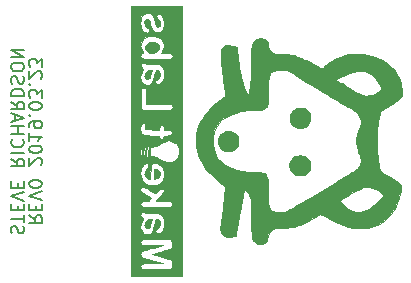
<source format=gbr>
G04 #@! TF.GenerationSoftware,KiCad,Pcbnew,(5.1.0)-1*
G04 #@! TF.CreationDate,2019-03-23T20:55:25-04:00*
G04 #@! TF.ProjectId,current_sense,63757272-656e-4745-9f73-656e73652e6b,rev?*
G04 #@! TF.SameCoordinates,Original*
G04 #@! TF.FileFunction,Legend,Bot*
G04 #@! TF.FilePolarity,Positive*
%FSLAX46Y46*%
G04 Gerber Fmt 4.6, Leading zero omitted, Abs format (unit mm)*
G04 Created by KiCad (PCBNEW (5.1.0)-1) date 2019-03-23 20:55:25*
%MOMM*%
%LPD*%
G04 APERTURE LIST*
%ADD10C,0.200000*%
%ADD11C,0.010000*%
G04 APERTURE END LIST*
D10*
X102932761Y-64954761D02*
X102880380Y-64797619D01*
X102880380Y-64535714D01*
X102932761Y-64430952D01*
X102985142Y-64378571D01*
X103089904Y-64326190D01*
X103194666Y-64326190D01*
X103299428Y-64378571D01*
X103351809Y-64430952D01*
X103404190Y-64535714D01*
X103456571Y-64745238D01*
X103508952Y-64850000D01*
X103561333Y-64902380D01*
X103666095Y-64954761D01*
X103770857Y-64954761D01*
X103875619Y-64902380D01*
X103928000Y-64850000D01*
X103980380Y-64745238D01*
X103980380Y-64483333D01*
X103928000Y-64326190D01*
X103980380Y-64011904D02*
X103980380Y-63383333D01*
X102880380Y-63697619D02*
X103980380Y-63697619D01*
X103456571Y-63016666D02*
X103456571Y-62650000D01*
X102880380Y-62492857D02*
X102880380Y-63016666D01*
X103980380Y-63016666D01*
X103980380Y-62492857D01*
X103980380Y-62178571D02*
X102880380Y-61811904D01*
X103980380Y-61445238D01*
X103456571Y-61078571D02*
X103456571Y-60711904D01*
X102880380Y-60554761D02*
X102880380Y-61078571D01*
X103980380Y-61078571D01*
X103980380Y-60554761D01*
X102880380Y-58616666D02*
X103404190Y-58983333D01*
X102880380Y-59245238D02*
X103980380Y-59245238D01*
X103980380Y-58826190D01*
X103928000Y-58721428D01*
X103875619Y-58669047D01*
X103770857Y-58616666D01*
X103613714Y-58616666D01*
X103508952Y-58669047D01*
X103456571Y-58721428D01*
X103404190Y-58826190D01*
X103404190Y-59245238D01*
X102880380Y-58145238D02*
X103980380Y-58145238D01*
X102985142Y-56992857D02*
X102932761Y-57045238D01*
X102880380Y-57202380D01*
X102880380Y-57307142D01*
X102932761Y-57464285D01*
X103037523Y-57569047D01*
X103142285Y-57621428D01*
X103351809Y-57673809D01*
X103508952Y-57673809D01*
X103718476Y-57621428D01*
X103823238Y-57569047D01*
X103928000Y-57464285D01*
X103980380Y-57307142D01*
X103980380Y-57202380D01*
X103928000Y-57045238D01*
X103875619Y-56992857D01*
X102880380Y-56521428D02*
X103980380Y-56521428D01*
X103456571Y-56521428D02*
X103456571Y-55892857D01*
X102880380Y-55892857D02*
X103980380Y-55892857D01*
X103194666Y-55421428D02*
X103194666Y-54897619D01*
X102880380Y-55526190D02*
X103980380Y-55159523D01*
X102880380Y-54792857D01*
X102880380Y-53797619D02*
X103404190Y-54164285D01*
X102880380Y-54426190D02*
X103980380Y-54426190D01*
X103980380Y-54007142D01*
X103928000Y-53902380D01*
X103875619Y-53850000D01*
X103770857Y-53797619D01*
X103613714Y-53797619D01*
X103508952Y-53850000D01*
X103456571Y-53902380D01*
X103404190Y-54007142D01*
X103404190Y-54426190D01*
X102880380Y-53326190D02*
X103980380Y-53326190D01*
X103980380Y-53064285D01*
X103928000Y-52907142D01*
X103823238Y-52802380D01*
X103718476Y-52750000D01*
X103508952Y-52697619D01*
X103351809Y-52697619D01*
X103142285Y-52750000D01*
X103037523Y-52802380D01*
X102932761Y-52907142D01*
X102880380Y-53064285D01*
X102880380Y-53326190D01*
X102932761Y-52278571D02*
X102880380Y-52121428D01*
X102880380Y-51859523D01*
X102932761Y-51754761D01*
X102985142Y-51702380D01*
X103089904Y-51650000D01*
X103194666Y-51650000D01*
X103299428Y-51702380D01*
X103351809Y-51754761D01*
X103404190Y-51859523D01*
X103456571Y-52069047D01*
X103508952Y-52173809D01*
X103561333Y-52226190D01*
X103666095Y-52278571D01*
X103770857Y-52278571D01*
X103875619Y-52226190D01*
X103928000Y-52173809D01*
X103980380Y-52069047D01*
X103980380Y-51807142D01*
X103928000Y-51650000D01*
X103980380Y-50969047D02*
X103980380Y-50759523D01*
X103928000Y-50654761D01*
X103823238Y-50550000D01*
X103613714Y-50497619D01*
X103247047Y-50497619D01*
X103037523Y-50550000D01*
X102932761Y-50654761D01*
X102880380Y-50759523D01*
X102880380Y-50969047D01*
X102932761Y-51073809D01*
X103037523Y-51178571D01*
X103247047Y-51230952D01*
X103613714Y-51230952D01*
X103823238Y-51178571D01*
X103928000Y-51073809D01*
X103980380Y-50969047D01*
X102880380Y-50026190D02*
X103980380Y-50026190D01*
X102880380Y-49397619D01*
X103980380Y-49397619D01*
X104404380Y-63435714D02*
X104928190Y-63802380D01*
X104404380Y-64064285D02*
X105504380Y-64064285D01*
X105504380Y-63645238D01*
X105452000Y-63540476D01*
X105399619Y-63488095D01*
X105294857Y-63435714D01*
X105137714Y-63435714D01*
X105032952Y-63488095D01*
X104980571Y-63540476D01*
X104928190Y-63645238D01*
X104928190Y-64064285D01*
X104980571Y-62964285D02*
X104980571Y-62597619D01*
X104404380Y-62440476D02*
X104404380Y-62964285D01*
X105504380Y-62964285D01*
X105504380Y-62440476D01*
X105504380Y-62126190D02*
X104404380Y-61759523D01*
X105504380Y-61392857D01*
X105504380Y-60816666D02*
X105504380Y-60711904D01*
X105452000Y-60607142D01*
X105399619Y-60554761D01*
X105294857Y-60502380D01*
X105085333Y-60450000D01*
X104823428Y-60450000D01*
X104613904Y-60502380D01*
X104509142Y-60554761D01*
X104456761Y-60607142D01*
X104404380Y-60711904D01*
X104404380Y-60816666D01*
X104456761Y-60921428D01*
X104509142Y-60973809D01*
X104613904Y-61026190D01*
X104823428Y-61078571D01*
X105085333Y-61078571D01*
X105294857Y-61026190D01*
X105399619Y-60973809D01*
X105452000Y-60921428D01*
X105504380Y-60816666D01*
X105399619Y-59192857D02*
X105452000Y-59140476D01*
X105504380Y-59035714D01*
X105504380Y-58773809D01*
X105452000Y-58669047D01*
X105399619Y-58616666D01*
X105294857Y-58564285D01*
X105190095Y-58564285D01*
X105032952Y-58616666D01*
X104404380Y-59245238D01*
X104404380Y-58564285D01*
X105504380Y-57883333D02*
X105504380Y-57778571D01*
X105452000Y-57673809D01*
X105399619Y-57621428D01*
X105294857Y-57569047D01*
X105085333Y-57516666D01*
X104823428Y-57516666D01*
X104613904Y-57569047D01*
X104509142Y-57621428D01*
X104456761Y-57673809D01*
X104404380Y-57778571D01*
X104404380Y-57883333D01*
X104456761Y-57988095D01*
X104509142Y-58040476D01*
X104613904Y-58092857D01*
X104823428Y-58145238D01*
X105085333Y-58145238D01*
X105294857Y-58092857D01*
X105399619Y-58040476D01*
X105452000Y-57988095D01*
X105504380Y-57883333D01*
X104404380Y-56469047D02*
X104404380Y-57097619D01*
X104404380Y-56783333D02*
X105504380Y-56783333D01*
X105347238Y-56888095D01*
X105242476Y-56992857D01*
X105190095Y-57097619D01*
X104404380Y-55945238D02*
X104404380Y-55735714D01*
X104456761Y-55630952D01*
X104509142Y-55578571D01*
X104666285Y-55473809D01*
X104875809Y-55421428D01*
X105294857Y-55421428D01*
X105399619Y-55473809D01*
X105452000Y-55526190D01*
X105504380Y-55630952D01*
X105504380Y-55840476D01*
X105452000Y-55945238D01*
X105399619Y-55997619D01*
X105294857Y-56050000D01*
X105032952Y-56050000D01*
X104928190Y-55997619D01*
X104875809Y-55945238D01*
X104823428Y-55840476D01*
X104823428Y-55630952D01*
X104875809Y-55526190D01*
X104928190Y-55473809D01*
X105032952Y-55421428D01*
X104509142Y-54950000D02*
X104456761Y-54897619D01*
X104404380Y-54950000D01*
X104456761Y-55002380D01*
X104509142Y-54950000D01*
X104404380Y-54950000D01*
X105504380Y-54216666D02*
X105504380Y-54111904D01*
X105452000Y-54007142D01*
X105399619Y-53954761D01*
X105294857Y-53902380D01*
X105085333Y-53850000D01*
X104823428Y-53850000D01*
X104613904Y-53902380D01*
X104509142Y-53954761D01*
X104456761Y-54007142D01*
X104404380Y-54111904D01*
X104404380Y-54216666D01*
X104456761Y-54321428D01*
X104509142Y-54373809D01*
X104613904Y-54426190D01*
X104823428Y-54478571D01*
X105085333Y-54478571D01*
X105294857Y-54426190D01*
X105399619Y-54373809D01*
X105452000Y-54321428D01*
X105504380Y-54216666D01*
X105504380Y-53483333D02*
X105504380Y-52802380D01*
X105085333Y-53169047D01*
X105085333Y-53011904D01*
X105032952Y-52907142D01*
X104980571Y-52854761D01*
X104875809Y-52802380D01*
X104613904Y-52802380D01*
X104509142Y-52854761D01*
X104456761Y-52907142D01*
X104404380Y-53011904D01*
X104404380Y-53326190D01*
X104456761Y-53430952D01*
X104509142Y-53483333D01*
X104509142Y-52330952D02*
X104456761Y-52278571D01*
X104404380Y-52330952D01*
X104456761Y-52383333D01*
X104509142Y-52330952D01*
X104404380Y-52330952D01*
X105399619Y-51859523D02*
X105452000Y-51807142D01*
X105504380Y-51702380D01*
X105504380Y-51440476D01*
X105452000Y-51335714D01*
X105399619Y-51283333D01*
X105294857Y-51230952D01*
X105190095Y-51230952D01*
X105032952Y-51283333D01*
X104404380Y-51911904D01*
X104404380Y-51230952D01*
X105504380Y-50864285D02*
X105504380Y-50183333D01*
X105085333Y-50550000D01*
X105085333Y-50392857D01*
X105032952Y-50288095D01*
X104980571Y-50235714D01*
X104875809Y-50183333D01*
X104613904Y-50183333D01*
X104509142Y-50235714D01*
X104456761Y-50288095D01*
X104404380Y-50392857D01*
X104404380Y-50707142D01*
X104456761Y-50811904D01*
X104509142Y-50864285D01*
D11*
G36*
X113775067Y-67987333D02*
G01*
X113775067Y-46278800D01*
X113030000Y-46278800D01*
X113030000Y-67987333D01*
X113775067Y-67987333D01*
G37*
X113775067Y-67987333D02*
X113775067Y-46278800D01*
X113030000Y-46278800D01*
X113030000Y-67987333D01*
X113775067Y-67987333D01*
G36*
X117331066Y-45720000D02*
G01*
X113030000Y-45720000D01*
X113030000Y-46278800D01*
X117331066Y-46278800D01*
X117331066Y-45720000D01*
G37*
X117331066Y-45720000D02*
X113030000Y-45720000D01*
X113030000Y-46278800D01*
X117331066Y-46278800D01*
X117331066Y-45720000D01*
G36*
X117331066Y-67987333D02*
G01*
X113030000Y-67987333D01*
X113030000Y-68580000D01*
X117331066Y-68580000D01*
X117331066Y-67987333D01*
G37*
X117331066Y-67987333D02*
X113030000Y-67987333D01*
X113030000Y-68580000D01*
X117331066Y-68580000D01*
X117331066Y-67987333D01*
G36*
X115967933Y-46278927D02*
G01*
X115628918Y-46279037D01*
X115351948Y-46279487D01*
X115131338Y-46280556D01*
X114961400Y-46282523D01*
X114836446Y-46285670D01*
X114750791Y-46290275D01*
X114698745Y-46296619D01*
X114674624Y-46304981D01*
X114672739Y-46315642D01*
X114687403Y-46328882D01*
X114706416Y-46341023D01*
X114808042Y-46435490D01*
X114904787Y-46587289D01*
X114991094Y-46786023D01*
X115053938Y-46991244D01*
X115106205Y-47180807D01*
X115153289Y-47312865D01*
X115200268Y-47396868D01*
X115252217Y-47442262D01*
X115304509Y-47457600D01*
X115396981Y-47438717D01*
X115463317Y-47363158D01*
X115498222Y-47238696D01*
X115502266Y-47167280D01*
X115496075Y-47080111D01*
X115470127Y-47007999D01*
X115413366Y-46928883D01*
X115344222Y-46852003D01*
X115232801Y-46708812D01*
X115185191Y-46584751D01*
X115200845Y-46477826D01*
X115229836Y-46433005D01*
X115304290Y-46390586D01*
X115409407Y-46384190D01*
X115519217Y-46412682D01*
X115579409Y-46448265D01*
X115699166Y-46582856D01*
X115778446Y-46767487D01*
X115818050Y-47004443D01*
X115823223Y-47142906D01*
X115820781Y-47301982D01*
X115809746Y-47416211D01*
X115785998Y-47508331D01*
X115745419Y-47601081D01*
X115737325Y-47617039D01*
X115624620Y-47783927D01*
X115487645Y-47889041D01*
X115321974Y-47935369D01*
X115261370Y-47938267D01*
X115101876Y-47909782D01*
X114964067Y-47823023D01*
X114846338Y-47676029D01*
X114747087Y-47466844D01*
X114670365Y-47216386D01*
X114612039Y-47021806D01*
X114548817Y-46889196D01*
X114476903Y-46812805D01*
X114392506Y-46786877D01*
X114387085Y-46786800D01*
X114283342Y-46815750D01*
X114214977Y-46901079D01*
X114183501Y-47040506D01*
X114181466Y-47096931D01*
X114192956Y-47255681D01*
X114235149Y-47372688D01*
X114319631Y-47471188D01*
X114399346Y-47533885D01*
X114492182Y-47607666D01*
X114539044Y-47669044D01*
X114553714Y-47737500D01*
X114554000Y-47752492D01*
X114528276Y-47868675D01*
X114458704Y-47941718D01*
X114356684Y-47967670D01*
X114233615Y-47942577D01*
X114144141Y-47894623D01*
X114013224Y-47767538D01*
X113915298Y-47590932D01*
X113853871Y-47376264D01*
X113832452Y-47134993D01*
X113847267Y-46924881D01*
X113904639Y-46686208D01*
X114001375Y-46502206D01*
X114137281Y-46373219D01*
X114164629Y-46356581D01*
X114300000Y-46279914D01*
X114037533Y-46279357D01*
X113775067Y-46278800D01*
X113776144Y-52095400D01*
X113776377Y-52859019D01*
X113776792Y-53557348D01*
X113777409Y-54192831D01*
X113778244Y-54767913D01*
X113779315Y-55285036D01*
X113780641Y-55746645D01*
X113782240Y-56155183D01*
X113784129Y-56513094D01*
X113786326Y-56822821D01*
X113788849Y-57086809D01*
X113791717Y-57307500D01*
X113794947Y-57487340D01*
X113798558Y-57628771D01*
X113802566Y-57734237D01*
X113806991Y-57806182D01*
X113811849Y-57847050D01*
X113817160Y-57859284D01*
X113818477Y-57858265D01*
X113881253Y-57799609D01*
X113935933Y-57763940D01*
X113992025Y-57740706D01*
X114010719Y-57760502D01*
X114011877Y-57783809D01*
X114006199Y-57856794D01*
X113991969Y-57962682D01*
X113972762Y-58080777D01*
X113952155Y-58190382D01*
X113933723Y-58270801D01*
X113922586Y-58300610D01*
X113891635Y-58290225D01*
X113841601Y-58240552D01*
X113839885Y-58238448D01*
X113831004Y-58228520D01*
X113822975Y-58223855D01*
X113815752Y-58227643D01*
X113809295Y-58243078D01*
X113803559Y-58273349D01*
X113798503Y-58321648D01*
X113794083Y-58391168D01*
X113790257Y-58485098D01*
X113786982Y-58606631D01*
X113784214Y-58758959D01*
X113781912Y-58945271D01*
X113780032Y-59168761D01*
X113778533Y-59432619D01*
X113777370Y-59740036D01*
X113776501Y-60094205D01*
X113775883Y-60498317D01*
X113775474Y-60955562D01*
X113775231Y-61469133D01*
X113775110Y-62042221D01*
X113775070Y-62678017D01*
X113775067Y-63072915D01*
X113775067Y-67987333D01*
X113883139Y-67987333D01*
X113952096Y-67983935D01*
X113962278Y-67968984D01*
X113935464Y-67945000D01*
X113862783Y-67854461D01*
X113834927Y-67742318D01*
X113854721Y-67645995D01*
X113882558Y-67598203D01*
X113918183Y-67560540D01*
X113969437Y-67531767D01*
X114044161Y-67510651D01*
X114150196Y-67495953D01*
X114295383Y-67486439D01*
X114487564Y-67480872D01*
X114734580Y-67478016D01*
X114926533Y-67477035D01*
X115790133Y-67473738D01*
X114960400Y-67260139D01*
X114729038Y-67200119D01*
X114515719Y-67143908D01*
X114330410Y-67094203D01*
X114183081Y-67053699D01*
X114083701Y-67025095D01*
X114046000Y-67012824D01*
X113921301Y-66931494D01*
X113850194Y-66813289D01*
X113836706Y-66667497D01*
X113856379Y-66575502D01*
X113880237Y-66532415D01*
X113927673Y-66490994D01*
X114005025Y-66448939D01*
X114118633Y-66403951D01*
X114274836Y-66353730D01*
X114479973Y-66295977D01*
X114740384Y-66228393D01*
X114972521Y-66170670D01*
X115780509Y-65972267D01*
X114880262Y-65955334D01*
X114609673Y-65950039D01*
X114398582Y-65945045D01*
X114238763Y-65939585D01*
X114121990Y-65932891D01*
X114040036Y-65924197D01*
X113984676Y-65912736D01*
X113947682Y-65897740D01*
X113920828Y-65878442D01*
X113906188Y-65864507D01*
X113847289Y-65765126D01*
X113837182Y-65650830D01*
X113875438Y-65546848D01*
X113912253Y-65506864D01*
X113936598Y-65490983D01*
X113970967Y-65478192D01*
X114022322Y-65468163D01*
X114097624Y-65460574D01*
X114203833Y-65455098D01*
X114321026Y-65452099D01*
X114321026Y-65036019D01*
X114173871Y-65002234D01*
X114147669Y-64990169D01*
X114031458Y-64899658D01*
X113931389Y-64767112D01*
X113858347Y-64613828D01*
X113823217Y-64461108D01*
X113827479Y-64363600D01*
X113839070Y-64299103D01*
X113855120Y-64201253D01*
X113859790Y-64171507D01*
X113891968Y-64057786D01*
X113948617Y-63930146D01*
X113980797Y-63873997D01*
X114035798Y-63783138D01*
X114071727Y-63715855D01*
X114079769Y-63693557D01*
X114054329Y-63660434D01*
X113992037Y-63610790D01*
X113980263Y-63602732D01*
X113876257Y-63509950D01*
X113836738Y-63409984D01*
X113858473Y-63294384D01*
X113860440Y-63289628D01*
X113902941Y-63214637D01*
X113961531Y-63173155D01*
X114049911Y-63161985D01*
X114181783Y-63177928D01*
X114266907Y-63194771D01*
X114405336Y-63216167D01*
X114586378Y-63232967D01*
X114784965Y-63243204D01*
X114913013Y-63245412D01*
X115136809Y-63249276D01*
X115197504Y-63253956D01*
X115197504Y-62721067D01*
X114881919Y-62720814D01*
X114626928Y-62719831D01*
X114425395Y-62717778D01*
X114270181Y-62714315D01*
X114154150Y-62709103D01*
X114070163Y-62701803D01*
X114011084Y-62692075D01*
X113969774Y-62679580D01*
X113939096Y-62663979D01*
X113934464Y-62661019D01*
X113862569Y-62577010D01*
X113840526Y-62463679D01*
X113871821Y-62341085D01*
X113877065Y-62330856D01*
X113944418Y-62270636D01*
X114067239Y-62226348D01*
X114234490Y-62201082D01*
X114357543Y-62196322D01*
X114470986Y-62192781D01*
X114541612Y-62175716D01*
X114594247Y-62135046D01*
X114636943Y-62082870D01*
X114690467Y-62008726D01*
X114720776Y-61959039D01*
X114723333Y-61951263D01*
X114696207Y-61926938D01*
X114623906Y-61878012D01*
X114520047Y-61813519D01*
X114477800Y-61788374D01*
X114247820Y-61650090D01*
X114073954Y-61538668D01*
X113951645Y-61450858D01*
X113876337Y-61383407D01*
X113844678Y-61336626D01*
X113834294Y-61221173D01*
X113878001Y-61113064D01*
X113949158Y-61047926D01*
X114005101Y-61023683D01*
X114064634Y-61017956D01*
X114137478Y-61034499D01*
X114233355Y-61077069D01*
X114361986Y-61149420D01*
X114533092Y-61255309D01*
X114605759Y-61301594D01*
X114755010Y-61396315D01*
X114886156Y-61478103D01*
X114907415Y-61491039D01*
X114907415Y-60869998D01*
X114759193Y-60867615D01*
X114489432Y-60820803D01*
X114261574Y-60723714D01*
X114078905Y-60579200D01*
X113944708Y-60390114D01*
X113862269Y-60159311D01*
X113847104Y-60075338D01*
X113833302Y-59955216D01*
X113827294Y-59854198D01*
X113828895Y-59808534D01*
X113840853Y-59730814D01*
X113857441Y-59626511D01*
X113860609Y-59606909D01*
X113905518Y-59444290D01*
X113979817Y-59296991D01*
X114066215Y-59184020D01*
X114066215Y-58470456D01*
X114027883Y-58429689D01*
X114023449Y-58344273D01*
X114025088Y-58335747D01*
X114037937Y-58263167D01*
X114056381Y-58145469D01*
X114077007Y-58004664D01*
X114082888Y-57962800D01*
X114116500Y-57774552D01*
X114155633Y-57653127D01*
X114200174Y-57598754D01*
X114250007Y-57611665D01*
X114254918Y-57616305D01*
X114272454Y-57652709D01*
X114277407Y-57722066D01*
X114269687Y-57835992D01*
X114252125Y-57983989D01*
X114229794Y-58134788D01*
X114205447Y-58267553D01*
X114182874Y-58362777D01*
X114172995Y-58391202D01*
X114120551Y-58459863D01*
X114066215Y-58470456D01*
X114066215Y-59184020D01*
X114074349Y-59173384D01*
X114179956Y-59081840D01*
X114287480Y-59030729D01*
X114348879Y-59029318D01*
X114348879Y-58497096D01*
X114314546Y-58486258D01*
X114290950Y-58433437D01*
X114295531Y-58326321D01*
X114296094Y-58322476D01*
X114310883Y-58219408D01*
X114330465Y-58078075D01*
X114350843Y-57927370D01*
X114352746Y-57913083D01*
X114380315Y-57741813D01*
X114410447Y-57632993D01*
X114445761Y-57581340D01*
X114488880Y-57581569D01*
X114510034Y-57595938D01*
X114530960Y-57622498D01*
X114542200Y-57666281D01*
X114543301Y-57737226D01*
X114533809Y-57845270D01*
X114513269Y-58000354D01*
X114482153Y-58206465D01*
X114447219Y-58366395D01*
X114402410Y-58463916D01*
X114348879Y-58497096D01*
X114348879Y-59029318D01*
X114387763Y-59028424D01*
X114453764Y-59064702D01*
X114507647Y-59137896D01*
X114510294Y-59221299D01*
X114459808Y-59324765D01*
X114384795Y-59422810D01*
X114275676Y-59566208D01*
X114211983Y-59690409D01*
X114184562Y-59816326D01*
X114181593Y-59886938D01*
X114212583Y-60041800D01*
X114295989Y-60176532D01*
X114417950Y-60277039D01*
X114564607Y-60329224D01*
X114620645Y-60333467D01*
X114647674Y-60330190D01*
X114666540Y-60313475D01*
X114678731Y-60272995D01*
X114685739Y-60198421D01*
X114689053Y-60079427D01*
X114690164Y-59905686D01*
X114690274Y-59850867D01*
X114693519Y-59585997D01*
X114704180Y-59381332D01*
X114725138Y-59229496D01*
X114759275Y-59123114D01*
X114809476Y-59054809D01*
X114878621Y-59017205D01*
X114969592Y-59002926D01*
X115021906Y-59002192D01*
X115246883Y-59038059D01*
X115450794Y-59134744D01*
X115624518Y-59286394D01*
X115749843Y-59469423D01*
X115787402Y-59556805D01*
X115809797Y-59656549D01*
X115820413Y-59789153D01*
X115822639Y-59910134D01*
X115821102Y-60063601D01*
X115811800Y-60172032D01*
X115790149Y-60258051D01*
X115751569Y-60344280D01*
X115724551Y-60394448D01*
X115579612Y-60589451D01*
X115390893Y-60735778D01*
X115164719Y-60830327D01*
X114907415Y-60869998D01*
X114907415Y-61491039D01*
X114987555Y-61539808D01*
X115047570Y-61574276D01*
X115056344Y-61578469D01*
X115100050Y-61564162D01*
X115177110Y-61510075D01*
X115274502Y-61425789D01*
X115310344Y-61391553D01*
X115440259Y-61270277D01*
X115538013Y-61196527D01*
X115614842Y-61165825D01*
X115681981Y-61173691D01*
X115750664Y-61215644D01*
X115750945Y-61215865D01*
X115813334Y-61274993D01*
X115842879Y-61335393D01*
X115836164Y-61404882D01*
X115789775Y-61491274D01*
X115700296Y-61602385D01*
X115564312Y-61746031D01*
X115484280Y-61826098D01*
X115127627Y-62179200D01*
X115748349Y-62196133D01*
X116002961Y-62204633D01*
X116197733Y-62216236D01*
X116227875Y-62219901D01*
X116227875Y-58907699D01*
X116184333Y-58905582D01*
X116076571Y-58896277D01*
X115984319Y-58877684D01*
X115889261Y-58843169D01*
X115773077Y-58786098D01*
X115619670Y-58701100D01*
X115366297Y-58571530D01*
X115138374Y-58488194D01*
X114917678Y-58445551D01*
X114750980Y-58436933D01*
X114621733Y-58436933D01*
X114621733Y-57633928D01*
X114835987Y-57613921D01*
X115110956Y-57561055D01*
X115381025Y-57451818D01*
X115600911Y-57320438D01*
X115600911Y-56946800D01*
X115506086Y-56917938D01*
X115448680Y-56837185D01*
X115434533Y-56745827D01*
X115431875Y-56720182D01*
X115417542Y-56701698D01*
X115381990Y-56689183D01*
X115315681Y-56681448D01*
X115209072Y-56677302D01*
X115052623Y-56675555D01*
X114867266Y-56675059D01*
X114667202Y-56672961D01*
X114481145Y-56667686D01*
X114323893Y-56659902D01*
X114210242Y-56650274D01*
X114167667Y-56643556D01*
X114013425Y-56577342D01*
X113905439Y-56461916D01*
X113845965Y-56302019D01*
X113827672Y-56212217D01*
X113815312Y-56158099D01*
X113812840Y-56150933D01*
X113815952Y-56120583D01*
X113827591Y-56041733D01*
X113841982Y-55951520D01*
X113883016Y-55786262D01*
X113944112Y-55681465D01*
X114029173Y-55631811D01*
X114080969Y-55626000D01*
X114177150Y-55646040D01*
X114230499Y-55710109D01*
X114244555Y-55824133D01*
X114239292Y-55890919D01*
X114229933Y-55980404D01*
X114231781Y-56046601D01*
X114253349Y-56093236D01*
X114303150Y-56124039D01*
X114389697Y-56142737D01*
X114521503Y-56153057D01*
X114707083Y-56158728D01*
X114857504Y-56161630D01*
X115244696Y-56168807D01*
X115244696Y-54508400D01*
X114925852Y-54507938D01*
X114667861Y-54506367D01*
X114463849Y-54503405D01*
X114306940Y-54498775D01*
X114190260Y-54492195D01*
X114106934Y-54483387D01*
X114050087Y-54472070D01*
X114013511Y-54458313D01*
X113940358Y-54410571D01*
X113899493Y-54365570D01*
X113899333Y-54365179D01*
X113894293Y-54320241D01*
X113889598Y-54217670D01*
X113885492Y-54067568D01*
X113882218Y-53880034D01*
X113880018Y-53665171D01*
X113879340Y-53534734D01*
X113878784Y-53283057D01*
X113879492Y-53090283D01*
X113882135Y-52947581D01*
X113887386Y-52846122D01*
X113895917Y-52777077D01*
X113908399Y-52731617D01*
X113925503Y-52700913D01*
X113944400Y-52679600D01*
X114025081Y-52628362D01*
X114096800Y-52611867D01*
X114184402Y-52635422D01*
X114249200Y-52679600D01*
X114273447Y-52708363D01*
X114291123Y-52745753D01*
X114303256Y-52802049D01*
X114310874Y-52887532D01*
X114315004Y-53012480D01*
X114316675Y-53187174D01*
X114316933Y-53356934D01*
X114316933Y-53966534D01*
X114459278Y-53966534D01*
X114459278Y-52406100D01*
X114287426Y-52396764D01*
X114124026Y-52334312D01*
X113986996Y-52223160D01*
X113964681Y-52195934D01*
X113901455Y-52085573D01*
X113852430Y-51950479D01*
X113825978Y-51819001D01*
X113827479Y-51731334D01*
X113839070Y-51666837D01*
X113855120Y-51568987D01*
X113859790Y-51539240D01*
X113891968Y-51425519D01*
X113948617Y-51297880D01*
X113980797Y-51241730D01*
X114050392Y-51122996D01*
X114077843Y-51051196D01*
X114064737Y-51021538D01*
X114054120Y-51020133D01*
X114014649Y-50999123D01*
X113950094Y-50947267D01*
X113935587Y-50934096D01*
X113859845Y-50824973D01*
X113846798Y-50704819D01*
X113897664Y-50587688D01*
X113904803Y-50578534D01*
X113966806Y-50501963D01*
X114244157Y-50557848D01*
X114430040Y-50585917D01*
X114654587Y-50605288D01*
X114889022Y-50613589D01*
X114922167Y-50613733D01*
X115144274Y-50617418D01*
X115208422Y-50622513D01*
X115208422Y-50173467D01*
X114840388Y-50172403D01*
X114533004Y-50169239D01*
X114287703Y-50164015D01*
X114105921Y-50156773D01*
X113989093Y-50147553D01*
X113940263Y-50137386D01*
X113863369Y-50063951D01*
X113835171Y-49965741D01*
X113852668Y-49861748D01*
X113912861Y-49770962D01*
X114007118Y-49714160D01*
X114078584Y-49687815D01*
X114093148Y-49664373D01*
X114058348Y-49625871D01*
X114048082Y-49616551D01*
X113932775Y-49469195D01*
X113863955Y-49288487D01*
X113841037Y-49089777D01*
X113863434Y-48888415D01*
X113930561Y-48699753D01*
X114041832Y-48539141D01*
X114090972Y-48492501D01*
X114289863Y-48366008D01*
X114524071Y-48284388D01*
X114777482Y-48248438D01*
X115033981Y-48258954D01*
X115277455Y-48316733D01*
X115491789Y-48422572D01*
X115492724Y-48423198D01*
X115656976Y-48571232D01*
X115768692Y-48752649D01*
X115826061Y-48955941D01*
X115827271Y-49169604D01*
X115770511Y-49382133D01*
X115671488Y-49558647D01*
X115569575Y-49699333D01*
X115989369Y-49699333D01*
X116173081Y-49700840D01*
X116301921Y-49706389D01*
X116388705Y-49717529D01*
X116446246Y-49735805D01*
X116482680Y-49758864D01*
X116545095Y-49847728D01*
X116560439Y-49957586D01*
X116528464Y-50061933D01*
X116485959Y-50111281D01*
X116461656Y-50127766D01*
X116429029Y-50141064D01*
X116381104Y-50151514D01*
X116310909Y-50159456D01*
X116211469Y-50165228D01*
X116075810Y-50169172D01*
X115896960Y-50171625D01*
X115667944Y-50172928D01*
X115381789Y-50173419D01*
X115208422Y-50173467D01*
X115208422Y-50622513D01*
X115311914Y-50630734D01*
X115438065Y-50657073D01*
X115535705Y-50699829D01*
X115617814Y-50762396D01*
X115661560Y-50807034D01*
X115760444Y-50960553D01*
X115819172Y-51161532D01*
X115838543Y-51413409D01*
X115834308Y-51549849D01*
X115797944Y-51812397D01*
X115723400Y-52021018D01*
X115611157Y-52174526D01*
X115565558Y-52213160D01*
X115428857Y-52297521D01*
X115317650Y-52324319D01*
X115223405Y-52294562D01*
X115179818Y-52258631D01*
X115109902Y-52157461D01*
X115105589Y-52062340D01*
X115167060Y-51977884D01*
X115168714Y-51976535D01*
X115292119Y-51875138D01*
X115372521Y-51801066D01*
X115420039Y-51739624D01*
X115444789Y-51676113D01*
X115456890Y-51595835D01*
X115460739Y-51552320D01*
X115466947Y-51387309D01*
X115450482Y-51274699D01*
X115407336Y-51201782D01*
X115336043Y-51156888D01*
X115262702Y-51128364D01*
X115206273Y-51116864D01*
X115161927Y-51129851D01*
X115124834Y-51174787D01*
X115090167Y-51259137D01*
X115053096Y-51390363D01*
X115008793Y-51575929D01*
X114978207Y-51709960D01*
X114918126Y-51938412D01*
X114852469Y-52109586D01*
X114775486Y-52233937D01*
X114681422Y-52321919D01*
X114621664Y-52357902D01*
X114459278Y-52406100D01*
X114459278Y-53966534D01*
X116404860Y-53966534D01*
X116483672Y-54050426D01*
X116549582Y-54163300D01*
X116555442Y-54284932D01*
X116502022Y-54397008D01*
X116467605Y-54432200D01*
X116442312Y-54452811D01*
X116414610Y-54469323D01*
X116377209Y-54482192D01*
X116322820Y-54491871D01*
X116244152Y-54498815D01*
X116133916Y-54503477D01*
X115984824Y-54506313D01*
X115789584Y-54507776D01*
X115540909Y-54508320D01*
X115244696Y-54508400D01*
X115244696Y-56168807D01*
X115434533Y-56172327D01*
X115434533Y-56034630D01*
X115454620Y-55912752D01*
X115507145Y-55820985D01*
X115580507Y-55770473D01*
X115663103Y-55772361D01*
X115691930Y-55787385D01*
X115754685Y-55862200D01*
X115796628Y-55974772D01*
X115807066Y-56064040D01*
X115807066Y-56167867D01*
X116058297Y-56167867D01*
X116188787Y-56170596D01*
X116297149Y-56177784D01*
X116361539Y-56187929D01*
X116364349Y-56188904D01*
X116435770Y-56247682D01*
X116483528Y-56343358D01*
X116495274Y-56446049D01*
X116486423Y-56484279D01*
X116430801Y-56577974D01*
X116341899Y-56637771D01*
X116208574Y-56668644D01*
X116057202Y-56675867D01*
X115931074Y-56677157D01*
X115856622Y-56684763D01*
X115817795Y-56704294D01*
X115798538Y-56741354D01*
X115791082Y-56768811D01*
X115748248Y-56879015D01*
X115682363Y-56934211D01*
X115600911Y-56946800D01*
X115600911Y-57320438D01*
X115611989Y-57313818D01*
X115815165Y-57195339D01*
X116012964Y-57116202D01*
X116188521Y-57082906D01*
X116212702Y-57082267D01*
X116407533Y-57110961D01*
X116607695Y-57190137D01*
X116788748Y-57309438D01*
X116825826Y-57342125D01*
X116985085Y-57518976D01*
X117084052Y-57700767D01*
X117129466Y-57902160D01*
X117134208Y-58013024D01*
X117103377Y-58261330D01*
X117014114Y-58475432D01*
X116866672Y-58654947D01*
X116661303Y-58799493D01*
X116591863Y-58834389D01*
X116471239Y-58883186D01*
X116361265Y-58905639D01*
X116227875Y-58907699D01*
X116227875Y-62219901D01*
X116340559Y-62233604D01*
X116439330Y-62259397D01*
X116501940Y-62296275D01*
X116536281Y-62346899D01*
X116550245Y-62413930D01*
X116552133Y-62467067D01*
X116541612Y-62566757D01*
X116500622Y-62630648D01*
X116460506Y-62661019D01*
X116430929Y-62677177D01*
X116391922Y-62690172D01*
X116336347Y-62700342D01*
X116257069Y-62708028D01*
X116146949Y-62713568D01*
X115998849Y-62717302D01*
X115805634Y-62719569D01*
X115560165Y-62720709D01*
X115255306Y-62721061D01*
X115197504Y-62721067D01*
X115197504Y-63253956D01*
X115305878Y-63262315D01*
X115432971Y-63287798D01*
X115530836Y-63328997D01*
X115612223Y-63389181D01*
X115659465Y-63436878D01*
X115753689Y-63585288D01*
X115814603Y-63776055D01*
X115842522Y-63992740D01*
X115837764Y-64218904D01*
X115800644Y-64438106D01*
X115731479Y-64633909D01*
X115633493Y-64786588D01*
X115513891Y-64890447D01*
X115389259Y-64943942D01*
X115271976Y-64945916D01*
X115174420Y-64895216D01*
X115127630Y-64833803D01*
X115104624Y-64731518D01*
X115147441Y-64631149D01*
X115256987Y-64530671D01*
X115266436Y-64524090D01*
X115370722Y-64436776D01*
X115433214Y-64337771D01*
X115462686Y-64207609D01*
X115468400Y-64075948D01*
X115454885Y-63930948D01*
X115409314Y-63836746D01*
X115324144Y-63780998D01*
X115279841Y-63767332D01*
X115203531Y-63756770D01*
X115148840Y-63776953D01*
X115107371Y-63837982D01*
X115070726Y-63949957D01*
X115047281Y-64047031D01*
X114986167Y-64308365D01*
X114933083Y-64511972D01*
X114884002Y-64666776D01*
X114834896Y-64781704D01*
X114781738Y-64865678D01*
X114720499Y-64927624D01*
X114647154Y-64976467D01*
X114621664Y-64990169D01*
X114481952Y-65031998D01*
X114321026Y-65036019D01*
X114321026Y-65452099D01*
X114347911Y-65451410D01*
X114536819Y-65449185D01*
X114777517Y-65448099D01*
X115076968Y-65447826D01*
X115175818Y-65447852D01*
X115454067Y-65448659D01*
X115711323Y-65450720D01*
X115939616Y-65453871D01*
X116130972Y-65457947D01*
X116277423Y-65462782D01*
X116370995Y-65468212D01*
X116403130Y-65473252D01*
X116464333Y-65544966D01*
X116501871Y-65666254D01*
X116517548Y-65843843D01*
X116518266Y-65902307D01*
X116514491Y-66046321D01*
X116501011Y-66139655D01*
X116474596Y-66199052D01*
X116457008Y-66219792D01*
X116401574Y-66250696D01*
X116288710Y-66293795D01*
X116127027Y-66346227D01*
X115925130Y-66405124D01*
X115788141Y-66442409D01*
X115578705Y-66498282D01*
X115376763Y-66552615D01*
X115197511Y-66601287D01*
X115056141Y-66640175D01*
X114979335Y-66661817D01*
X114778136Y-66719867D01*
X115453468Y-66898198D01*
X115736828Y-66973444D01*
X115961642Y-67034405D01*
X116135014Y-67083456D01*
X116264051Y-67122972D01*
X116355857Y-67155326D01*
X116417539Y-67182895D01*
X116456202Y-67208054D01*
X116478952Y-67233176D01*
X116484722Y-67242869D01*
X116501234Y-67306538D01*
X116513210Y-67415295D01*
X116518237Y-67546529D01*
X116518266Y-67557207D01*
X116514277Y-67701007D01*
X116499540Y-67797565D01*
X116469902Y-67867050D01*
X116448075Y-67898100D01*
X116377884Y-67987333D01*
X117331066Y-67987333D01*
X117331066Y-46278800D01*
X115967933Y-46278927D01*
X115967933Y-46278927D01*
G37*
X115967933Y-46278927D02*
X115628918Y-46279037D01*
X115351948Y-46279487D01*
X115131338Y-46280556D01*
X114961400Y-46282523D01*
X114836446Y-46285670D01*
X114750791Y-46290275D01*
X114698745Y-46296619D01*
X114674624Y-46304981D01*
X114672739Y-46315642D01*
X114687403Y-46328882D01*
X114706416Y-46341023D01*
X114808042Y-46435490D01*
X114904787Y-46587289D01*
X114991094Y-46786023D01*
X115053938Y-46991244D01*
X115106205Y-47180807D01*
X115153289Y-47312865D01*
X115200268Y-47396868D01*
X115252217Y-47442262D01*
X115304509Y-47457600D01*
X115396981Y-47438717D01*
X115463317Y-47363158D01*
X115498222Y-47238696D01*
X115502266Y-47167280D01*
X115496075Y-47080111D01*
X115470127Y-47007999D01*
X115413366Y-46928883D01*
X115344222Y-46852003D01*
X115232801Y-46708812D01*
X115185191Y-46584751D01*
X115200845Y-46477826D01*
X115229836Y-46433005D01*
X115304290Y-46390586D01*
X115409407Y-46384190D01*
X115519217Y-46412682D01*
X115579409Y-46448265D01*
X115699166Y-46582856D01*
X115778446Y-46767487D01*
X115818050Y-47004443D01*
X115823223Y-47142906D01*
X115820781Y-47301982D01*
X115809746Y-47416211D01*
X115785998Y-47508331D01*
X115745419Y-47601081D01*
X115737325Y-47617039D01*
X115624620Y-47783927D01*
X115487645Y-47889041D01*
X115321974Y-47935369D01*
X115261370Y-47938267D01*
X115101876Y-47909782D01*
X114964067Y-47823023D01*
X114846338Y-47676029D01*
X114747087Y-47466844D01*
X114670365Y-47216386D01*
X114612039Y-47021806D01*
X114548817Y-46889196D01*
X114476903Y-46812805D01*
X114392506Y-46786877D01*
X114387085Y-46786800D01*
X114283342Y-46815750D01*
X114214977Y-46901079D01*
X114183501Y-47040506D01*
X114181466Y-47096931D01*
X114192956Y-47255681D01*
X114235149Y-47372688D01*
X114319631Y-47471188D01*
X114399346Y-47533885D01*
X114492182Y-47607666D01*
X114539044Y-47669044D01*
X114553714Y-47737500D01*
X114554000Y-47752492D01*
X114528276Y-47868675D01*
X114458704Y-47941718D01*
X114356684Y-47967670D01*
X114233615Y-47942577D01*
X114144141Y-47894623D01*
X114013224Y-47767538D01*
X113915298Y-47590932D01*
X113853871Y-47376264D01*
X113832452Y-47134993D01*
X113847267Y-46924881D01*
X113904639Y-46686208D01*
X114001375Y-46502206D01*
X114137281Y-46373219D01*
X114164629Y-46356581D01*
X114300000Y-46279914D01*
X114037533Y-46279357D01*
X113775067Y-46278800D01*
X113776144Y-52095400D01*
X113776377Y-52859019D01*
X113776792Y-53557348D01*
X113777409Y-54192831D01*
X113778244Y-54767913D01*
X113779315Y-55285036D01*
X113780641Y-55746645D01*
X113782240Y-56155183D01*
X113784129Y-56513094D01*
X113786326Y-56822821D01*
X113788849Y-57086809D01*
X113791717Y-57307500D01*
X113794947Y-57487340D01*
X113798558Y-57628771D01*
X113802566Y-57734237D01*
X113806991Y-57806182D01*
X113811849Y-57847050D01*
X113817160Y-57859284D01*
X113818477Y-57858265D01*
X113881253Y-57799609D01*
X113935933Y-57763940D01*
X113992025Y-57740706D01*
X114010719Y-57760502D01*
X114011877Y-57783809D01*
X114006199Y-57856794D01*
X113991969Y-57962682D01*
X113972762Y-58080777D01*
X113952155Y-58190382D01*
X113933723Y-58270801D01*
X113922586Y-58300610D01*
X113891635Y-58290225D01*
X113841601Y-58240552D01*
X113839885Y-58238448D01*
X113831004Y-58228520D01*
X113822975Y-58223855D01*
X113815752Y-58227643D01*
X113809295Y-58243078D01*
X113803559Y-58273349D01*
X113798503Y-58321648D01*
X113794083Y-58391168D01*
X113790257Y-58485098D01*
X113786982Y-58606631D01*
X113784214Y-58758959D01*
X113781912Y-58945271D01*
X113780032Y-59168761D01*
X113778533Y-59432619D01*
X113777370Y-59740036D01*
X113776501Y-60094205D01*
X113775883Y-60498317D01*
X113775474Y-60955562D01*
X113775231Y-61469133D01*
X113775110Y-62042221D01*
X113775070Y-62678017D01*
X113775067Y-63072915D01*
X113775067Y-67987333D01*
X113883139Y-67987333D01*
X113952096Y-67983935D01*
X113962278Y-67968984D01*
X113935464Y-67945000D01*
X113862783Y-67854461D01*
X113834927Y-67742318D01*
X113854721Y-67645995D01*
X113882558Y-67598203D01*
X113918183Y-67560540D01*
X113969437Y-67531767D01*
X114044161Y-67510651D01*
X114150196Y-67495953D01*
X114295383Y-67486439D01*
X114487564Y-67480872D01*
X114734580Y-67478016D01*
X114926533Y-67477035D01*
X115790133Y-67473738D01*
X114960400Y-67260139D01*
X114729038Y-67200119D01*
X114515719Y-67143908D01*
X114330410Y-67094203D01*
X114183081Y-67053699D01*
X114083701Y-67025095D01*
X114046000Y-67012824D01*
X113921301Y-66931494D01*
X113850194Y-66813289D01*
X113836706Y-66667497D01*
X113856379Y-66575502D01*
X113880237Y-66532415D01*
X113927673Y-66490994D01*
X114005025Y-66448939D01*
X114118633Y-66403951D01*
X114274836Y-66353730D01*
X114479973Y-66295977D01*
X114740384Y-66228393D01*
X114972521Y-66170670D01*
X115780509Y-65972267D01*
X114880262Y-65955334D01*
X114609673Y-65950039D01*
X114398582Y-65945045D01*
X114238763Y-65939585D01*
X114121990Y-65932891D01*
X114040036Y-65924197D01*
X113984676Y-65912736D01*
X113947682Y-65897740D01*
X113920828Y-65878442D01*
X113906188Y-65864507D01*
X113847289Y-65765126D01*
X113837182Y-65650830D01*
X113875438Y-65546848D01*
X113912253Y-65506864D01*
X113936598Y-65490983D01*
X113970967Y-65478192D01*
X114022322Y-65468163D01*
X114097624Y-65460574D01*
X114203833Y-65455098D01*
X114321026Y-65452099D01*
X114321026Y-65036019D01*
X114173871Y-65002234D01*
X114147669Y-64990169D01*
X114031458Y-64899658D01*
X113931389Y-64767112D01*
X113858347Y-64613828D01*
X113823217Y-64461108D01*
X113827479Y-64363600D01*
X113839070Y-64299103D01*
X113855120Y-64201253D01*
X113859790Y-64171507D01*
X113891968Y-64057786D01*
X113948617Y-63930146D01*
X113980797Y-63873997D01*
X114035798Y-63783138D01*
X114071727Y-63715855D01*
X114079769Y-63693557D01*
X114054329Y-63660434D01*
X113992037Y-63610790D01*
X113980263Y-63602732D01*
X113876257Y-63509950D01*
X113836738Y-63409984D01*
X113858473Y-63294384D01*
X113860440Y-63289628D01*
X113902941Y-63214637D01*
X113961531Y-63173155D01*
X114049911Y-63161985D01*
X114181783Y-63177928D01*
X114266907Y-63194771D01*
X114405336Y-63216167D01*
X114586378Y-63232967D01*
X114784965Y-63243204D01*
X114913013Y-63245412D01*
X115136809Y-63249276D01*
X115197504Y-63253956D01*
X115197504Y-62721067D01*
X114881919Y-62720814D01*
X114626928Y-62719831D01*
X114425395Y-62717778D01*
X114270181Y-62714315D01*
X114154150Y-62709103D01*
X114070163Y-62701803D01*
X114011084Y-62692075D01*
X113969774Y-62679580D01*
X113939096Y-62663979D01*
X113934464Y-62661019D01*
X113862569Y-62577010D01*
X113840526Y-62463679D01*
X113871821Y-62341085D01*
X113877065Y-62330856D01*
X113944418Y-62270636D01*
X114067239Y-62226348D01*
X114234490Y-62201082D01*
X114357543Y-62196322D01*
X114470986Y-62192781D01*
X114541612Y-62175716D01*
X114594247Y-62135046D01*
X114636943Y-62082870D01*
X114690467Y-62008726D01*
X114720776Y-61959039D01*
X114723333Y-61951263D01*
X114696207Y-61926938D01*
X114623906Y-61878012D01*
X114520047Y-61813519D01*
X114477800Y-61788374D01*
X114247820Y-61650090D01*
X114073954Y-61538668D01*
X113951645Y-61450858D01*
X113876337Y-61383407D01*
X113844678Y-61336626D01*
X113834294Y-61221173D01*
X113878001Y-61113064D01*
X113949158Y-61047926D01*
X114005101Y-61023683D01*
X114064634Y-61017956D01*
X114137478Y-61034499D01*
X114233355Y-61077069D01*
X114361986Y-61149420D01*
X114533092Y-61255309D01*
X114605759Y-61301594D01*
X114755010Y-61396315D01*
X114886156Y-61478103D01*
X114907415Y-61491039D01*
X114907415Y-60869998D01*
X114759193Y-60867615D01*
X114489432Y-60820803D01*
X114261574Y-60723714D01*
X114078905Y-60579200D01*
X113944708Y-60390114D01*
X113862269Y-60159311D01*
X113847104Y-60075338D01*
X113833302Y-59955216D01*
X113827294Y-59854198D01*
X113828895Y-59808534D01*
X113840853Y-59730814D01*
X113857441Y-59626511D01*
X113860609Y-59606909D01*
X113905518Y-59444290D01*
X113979817Y-59296991D01*
X114066215Y-59184020D01*
X114066215Y-58470456D01*
X114027883Y-58429689D01*
X114023449Y-58344273D01*
X114025088Y-58335747D01*
X114037937Y-58263167D01*
X114056381Y-58145469D01*
X114077007Y-58004664D01*
X114082888Y-57962800D01*
X114116500Y-57774552D01*
X114155633Y-57653127D01*
X114200174Y-57598754D01*
X114250007Y-57611665D01*
X114254918Y-57616305D01*
X114272454Y-57652709D01*
X114277407Y-57722066D01*
X114269687Y-57835992D01*
X114252125Y-57983989D01*
X114229794Y-58134788D01*
X114205447Y-58267553D01*
X114182874Y-58362777D01*
X114172995Y-58391202D01*
X114120551Y-58459863D01*
X114066215Y-58470456D01*
X114066215Y-59184020D01*
X114074349Y-59173384D01*
X114179956Y-59081840D01*
X114287480Y-59030729D01*
X114348879Y-59029318D01*
X114348879Y-58497096D01*
X114314546Y-58486258D01*
X114290950Y-58433437D01*
X114295531Y-58326321D01*
X114296094Y-58322476D01*
X114310883Y-58219408D01*
X114330465Y-58078075D01*
X114350843Y-57927370D01*
X114352746Y-57913083D01*
X114380315Y-57741813D01*
X114410447Y-57632993D01*
X114445761Y-57581340D01*
X114488880Y-57581569D01*
X114510034Y-57595938D01*
X114530960Y-57622498D01*
X114542200Y-57666281D01*
X114543301Y-57737226D01*
X114533809Y-57845270D01*
X114513269Y-58000354D01*
X114482153Y-58206465D01*
X114447219Y-58366395D01*
X114402410Y-58463916D01*
X114348879Y-58497096D01*
X114348879Y-59029318D01*
X114387763Y-59028424D01*
X114453764Y-59064702D01*
X114507647Y-59137896D01*
X114510294Y-59221299D01*
X114459808Y-59324765D01*
X114384795Y-59422810D01*
X114275676Y-59566208D01*
X114211983Y-59690409D01*
X114184562Y-59816326D01*
X114181593Y-59886938D01*
X114212583Y-60041800D01*
X114295989Y-60176532D01*
X114417950Y-60277039D01*
X114564607Y-60329224D01*
X114620645Y-60333467D01*
X114647674Y-60330190D01*
X114666540Y-60313475D01*
X114678731Y-60272995D01*
X114685739Y-60198421D01*
X114689053Y-60079427D01*
X114690164Y-59905686D01*
X114690274Y-59850867D01*
X114693519Y-59585997D01*
X114704180Y-59381332D01*
X114725138Y-59229496D01*
X114759275Y-59123114D01*
X114809476Y-59054809D01*
X114878621Y-59017205D01*
X114969592Y-59002926D01*
X115021906Y-59002192D01*
X115246883Y-59038059D01*
X115450794Y-59134744D01*
X115624518Y-59286394D01*
X115749843Y-59469423D01*
X115787402Y-59556805D01*
X115809797Y-59656549D01*
X115820413Y-59789153D01*
X115822639Y-59910134D01*
X115821102Y-60063601D01*
X115811800Y-60172032D01*
X115790149Y-60258051D01*
X115751569Y-60344280D01*
X115724551Y-60394448D01*
X115579612Y-60589451D01*
X115390893Y-60735778D01*
X115164719Y-60830327D01*
X114907415Y-60869998D01*
X114907415Y-61491039D01*
X114987555Y-61539808D01*
X115047570Y-61574276D01*
X115056344Y-61578469D01*
X115100050Y-61564162D01*
X115177110Y-61510075D01*
X115274502Y-61425789D01*
X115310344Y-61391553D01*
X115440259Y-61270277D01*
X115538013Y-61196527D01*
X115614842Y-61165825D01*
X115681981Y-61173691D01*
X115750664Y-61215644D01*
X115750945Y-61215865D01*
X115813334Y-61274993D01*
X115842879Y-61335393D01*
X115836164Y-61404882D01*
X115789775Y-61491274D01*
X115700296Y-61602385D01*
X115564312Y-61746031D01*
X115484280Y-61826098D01*
X115127627Y-62179200D01*
X115748349Y-62196133D01*
X116002961Y-62204633D01*
X116197733Y-62216236D01*
X116227875Y-62219901D01*
X116227875Y-58907699D01*
X116184333Y-58905582D01*
X116076571Y-58896277D01*
X115984319Y-58877684D01*
X115889261Y-58843169D01*
X115773077Y-58786098D01*
X115619670Y-58701100D01*
X115366297Y-58571530D01*
X115138374Y-58488194D01*
X114917678Y-58445551D01*
X114750980Y-58436933D01*
X114621733Y-58436933D01*
X114621733Y-57633928D01*
X114835987Y-57613921D01*
X115110956Y-57561055D01*
X115381025Y-57451818D01*
X115600911Y-57320438D01*
X115600911Y-56946800D01*
X115506086Y-56917938D01*
X115448680Y-56837185D01*
X115434533Y-56745827D01*
X115431875Y-56720182D01*
X115417542Y-56701698D01*
X115381990Y-56689183D01*
X115315681Y-56681448D01*
X115209072Y-56677302D01*
X115052623Y-56675555D01*
X114867266Y-56675059D01*
X114667202Y-56672961D01*
X114481145Y-56667686D01*
X114323893Y-56659902D01*
X114210242Y-56650274D01*
X114167667Y-56643556D01*
X114013425Y-56577342D01*
X113905439Y-56461916D01*
X113845965Y-56302019D01*
X113827672Y-56212217D01*
X113815312Y-56158099D01*
X113812840Y-56150933D01*
X113815952Y-56120583D01*
X113827591Y-56041733D01*
X113841982Y-55951520D01*
X113883016Y-55786262D01*
X113944112Y-55681465D01*
X114029173Y-55631811D01*
X114080969Y-55626000D01*
X114177150Y-55646040D01*
X114230499Y-55710109D01*
X114244555Y-55824133D01*
X114239292Y-55890919D01*
X114229933Y-55980404D01*
X114231781Y-56046601D01*
X114253349Y-56093236D01*
X114303150Y-56124039D01*
X114389697Y-56142737D01*
X114521503Y-56153057D01*
X114707083Y-56158728D01*
X114857504Y-56161630D01*
X115244696Y-56168807D01*
X115244696Y-54508400D01*
X114925852Y-54507938D01*
X114667861Y-54506367D01*
X114463849Y-54503405D01*
X114306940Y-54498775D01*
X114190260Y-54492195D01*
X114106934Y-54483387D01*
X114050087Y-54472070D01*
X114013511Y-54458313D01*
X113940358Y-54410571D01*
X113899493Y-54365570D01*
X113899333Y-54365179D01*
X113894293Y-54320241D01*
X113889598Y-54217670D01*
X113885492Y-54067568D01*
X113882218Y-53880034D01*
X113880018Y-53665171D01*
X113879340Y-53534734D01*
X113878784Y-53283057D01*
X113879492Y-53090283D01*
X113882135Y-52947581D01*
X113887386Y-52846122D01*
X113895917Y-52777077D01*
X113908399Y-52731617D01*
X113925503Y-52700913D01*
X113944400Y-52679600D01*
X114025081Y-52628362D01*
X114096800Y-52611867D01*
X114184402Y-52635422D01*
X114249200Y-52679600D01*
X114273447Y-52708363D01*
X114291123Y-52745753D01*
X114303256Y-52802049D01*
X114310874Y-52887532D01*
X114315004Y-53012480D01*
X114316675Y-53187174D01*
X114316933Y-53356934D01*
X114316933Y-53966534D01*
X114459278Y-53966534D01*
X114459278Y-52406100D01*
X114287426Y-52396764D01*
X114124026Y-52334312D01*
X113986996Y-52223160D01*
X113964681Y-52195934D01*
X113901455Y-52085573D01*
X113852430Y-51950479D01*
X113825978Y-51819001D01*
X113827479Y-51731334D01*
X113839070Y-51666837D01*
X113855120Y-51568987D01*
X113859790Y-51539240D01*
X113891968Y-51425519D01*
X113948617Y-51297880D01*
X113980797Y-51241730D01*
X114050392Y-51122996D01*
X114077843Y-51051196D01*
X114064737Y-51021538D01*
X114054120Y-51020133D01*
X114014649Y-50999123D01*
X113950094Y-50947267D01*
X113935587Y-50934096D01*
X113859845Y-50824973D01*
X113846798Y-50704819D01*
X113897664Y-50587688D01*
X113904803Y-50578534D01*
X113966806Y-50501963D01*
X114244157Y-50557848D01*
X114430040Y-50585917D01*
X114654587Y-50605288D01*
X114889022Y-50613589D01*
X114922167Y-50613733D01*
X115144274Y-50617418D01*
X115208422Y-50622513D01*
X115208422Y-50173467D01*
X114840388Y-50172403D01*
X114533004Y-50169239D01*
X114287703Y-50164015D01*
X114105921Y-50156773D01*
X113989093Y-50147553D01*
X113940263Y-50137386D01*
X113863369Y-50063951D01*
X113835171Y-49965741D01*
X113852668Y-49861748D01*
X113912861Y-49770962D01*
X114007118Y-49714160D01*
X114078584Y-49687815D01*
X114093148Y-49664373D01*
X114058348Y-49625871D01*
X114048082Y-49616551D01*
X113932775Y-49469195D01*
X113863955Y-49288487D01*
X113841037Y-49089777D01*
X113863434Y-48888415D01*
X113930561Y-48699753D01*
X114041832Y-48539141D01*
X114090972Y-48492501D01*
X114289863Y-48366008D01*
X114524071Y-48284388D01*
X114777482Y-48248438D01*
X115033981Y-48258954D01*
X115277455Y-48316733D01*
X115491789Y-48422572D01*
X115492724Y-48423198D01*
X115656976Y-48571232D01*
X115768692Y-48752649D01*
X115826061Y-48955941D01*
X115827271Y-49169604D01*
X115770511Y-49382133D01*
X115671488Y-49558647D01*
X115569575Y-49699333D01*
X115989369Y-49699333D01*
X116173081Y-49700840D01*
X116301921Y-49706389D01*
X116388705Y-49717529D01*
X116446246Y-49735805D01*
X116482680Y-49758864D01*
X116545095Y-49847728D01*
X116560439Y-49957586D01*
X116528464Y-50061933D01*
X116485959Y-50111281D01*
X116461656Y-50127766D01*
X116429029Y-50141064D01*
X116381104Y-50151514D01*
X116310909Y-50159456D01*
X116211469Y-50165228D01*
X116075810Y-50169172D01*
X115896960Y-50171625D01*
X115667944Y-50172928D01*
X115381789Y-50173419D01*
X115208422Y-50173467D01*
X115208422Y-50622513D01*
X115311914Y-50630734D01*
X115438065Y-50657073D01*
X115535705Y-50699829D01*
X115617814Y-50762396D01*
X115661560Y-50807034D01*
X115760444Y-50960553D01*
X115819172Y-51161532D01*
X115838543Y-51413409D01*
X115834308Y-51549849D01*
X115797944Y-51812397D01*
X115723400Y-52021018D01*
X115611157Y-52174526D01*
X115565558Y-52213160D01*
X115428857Y-52297521D01*
X115317650Y-52324319D01*
X115223405Y-52294562D01*
X115179818Y-52258631D01*
X115109902Y-52157461D01*
X115105589Y-52062340D01*
X115167060Y-51977884D01*
X115168714Y-51976535D01*
X115292119Y-51875138D01*
X115372521Y-51801066D01*
X115420039Y-51739624D01*
X115444789Y-51676113D01*
X115456890Y-51595835D01*
X115460739Y-51552320D01*
X115466947Y-51387309D01*
X115450482Y-51274699D01*
X115407336Y-51201782D01*
X115336043Y-51156888D01*
X115262702Y-51128364D01*
X115206273Y-51116864D01*
X115161927Y-51129851D01*
X115124834Y-51174787D01*
X115090167Y-51259137D01*
X115053096Y-51390363D01*
X115008793Y-51575929D01*
X114978207Y-51709960D01*
X114918126Y-51938412D01*
X114852469Y-52109586D01*
X114775486Y-52233937D01*
X114681422Y-52321919D01*
X114621664Y-52357902D01*
X114459278Y-52406100D01*
X114459278Y-53966534D01*
X116404860Y-53966534D01*
X116483672Y-54050426D01*
X116549582Y-54163300D01*
X116555442Y-54284932D01*
X116502022Y-54397008D01*
X116467605Y-54432200D01*
X116442312Y-54452811D01*
X116414610Y-54469323D01*
X116377209Y-54482192D01*
X116322820Y-54491871D01*
X116244152Y-54498815D01*
X116133916Y-54503477D01*
X115984824Y-54506313D01*
X115789584Y-54507776D01*
X115540909Y-54508320D01*
X115244696Y-54508400D01*
X115244696Y-56168807D01*
X115434533Y-56172327D01*
X115434533Y-56034630D01*
X115454620Y-55912752D01*
X115507145Y-55820985D01*
X115580507Y-55770473D01*
X115663103Y-55772361D01*
X115691930Y-55787385D01*
X115754685Y-55862200D01*
X115796628Y-55974772D01*
X115807066Y-56064040D01*
X115807066Y-56167867D01*
X116058297Y-56167867D01*
X116188787Y-56170596D01*
X116297149Y-56177784D01*
X116361539Y-56187929D01*
X116364349Y-56188904D01*
X116435770Y-56247682D01*
X116483528Y-56343358D01*
X116495274Y-56446049D01*
X116486423Y-56484279D01*
X116430801Y-56577974D01*
X116341899Y-56637771D01*
X116208574Y-56668644D01*
X116057202Y-56675867D01*
X115931074Y-56677157D01*
X115856622Y-56684763D01*
X115817795Y-56704294D01*
X115798538Y-56741354D01*
X115791082Y-56768811D01*
X115748248Y-56879015D01*
X115682363Y-56934211D01*
X115600911Y-56946800D01*
X115600911Y-57320438D01*
X115611989Y-57313818D01*
X115815165Y-57195339D01*
X116012964Y-57116202D01*
X116188521Y-57082906D01*
X116212702Y-57082267D01*
X116407533Y-57110961D01*
X116607695Y-57190137D01*
X116788748Y-57309438D01*
X116825826Y-57342125D01*
X116985085Y-57518976D01*
X117084052Y-57700767D01*
X117129466Y-57902160D01*
X117134208Y-58013024D01*
X117103377Y-58261330D01*
X117014114Y-58475432D01*
X116866672Y-58654947D01*
X116661303Y-58799493D01*
X116591863Y-58834389D01*
X116471239Y-58883186D01*
X116361265Y-58905639D01*
X116227875Y-58907699D01*
X116227875Y-62219901D01*
X116340559Y-62233604D01*
X116439330Y-62259397D01*
X116501940Y-62296275D01*
X116536281Y-62346899D01*
X116550245Y-62413930D01*
X116552133Y-62467067D01*
X116541612Y-62566757D01*
X116500622Y-62630648D01*
X116460506Y-62661019D01*
X116430929Y-62677177D01*
X116391922Y-62690172D01*
X116336347Y-62700342D01*
X116257069Y-62708028D01*
X116146949Y-62713568D01*
X115998849Y-62717302D01*
X115805634Y-62719569D01*
X115560165Y-62720709D01*
X115255306Y-62721061D01*
X115197504Y-62721067D01*
X115197504Y-63253956D01*
X115305878Y-63262315D01*
X115432971Y-63287798D01*
X115530836Y-63328997D01*
X115612223Y-63389181D01*
X115659465Y-63436878D01*
X115753689Y-63585288D01*
X115814603Y-63776055D01*
X115842522Y-63992740D01*
X115837764Y-64218904D01*
X115800644Y-64438106D01*
X115731479Y-64633909D01*
X115633493Y-64786588D01*
X115513891Y-64890447D01*
X115389259Y-64943942D01*
X115271976Y-64945916D01*
X115174420Y-64895216D01*
X115127630Y-64833803D01*
X115104624Y-64731518D01*
X115147441Y-64631149D01*
X115256987Y-64530671D01*
X115266436Y-64524090D01*
X115370722Y-64436776D01*
X115433214Y-64337771D01*
X115462686Y-64207609D01*
X115468400Y-64075948D01*
X115454885Y-63930948D01*
X115409314Y-63836746D01*
X115324144Y-63780998D01*
X115279841Y-63767332D01*
X115203531Y-63756770D01*
X115148840Y-63776953D01*
X115107371Y-63837982D01*
X115070726Y-63949957D01*
X115047281Y-64047031D01*
X114986167Y-64308365D01*
X114933083Y-64511972D01*
X114884002Y-64666776D01*
X114834896Y-64781704D01*
X114781738Y-64865678D01*
X114720499Y-64927624D01*
X114647154Y-64976467D01*
X114621664Y-64990169D01*
X114481952Y-65031998D01*
X114321026Y-65036019D01*
X114321026Y-65452099D01*
X114347911Y-65451410D01*
X114536819Y-65449185D01*
X114777517Y-65448099D01*
X115076968Y-65447826D01*
X115175818Y-65447852D01*
X115454067Y-65448659D01*
X115711323Y-65450720D01*
X115939616Y-65453871D01*
X116130972Y-65457947D01*
X116277423Y-65462782D01*
X116370995Y-65468212D01*
X116403130Y-65473252D01*
X116464333Y-65544966D01*
X116501871Y-65666254D01*
X116517548Y-65843843D01*
X116518266Y-65902307D01*
X116514491Y-66046321D01*
X116501011Y-66139655D01*
X116474596Y-66199052D01*
X116457008Y-66219792D01*
X116401574Y-66250696D01*
X116288710Y-66293795D01*
X116127027Y-66346227D01*
X115925130Y-66405124D01*
X115788141Y-66442409D01*
X115578705Y-66498282D01*
X115376763Y-66552615D01*
X115197511Y-66601287D01*
X115056141Y-66640175D01*
X114979335Y-66661817D01*
X114778136Y-66719867D01*
X115453468Y-66898198D01*
X115736828Y-66973444D01*
X115961642Y-67034405D01*
X116135014Y-67083456D01*
X116264051Y-67122972D01*
X116355857Y-67155326D01*
X116417539Y-67182895D01*
X116456202Y-67208054D01*
X116478952Y-67233176D01*
X116484722Y-67242869D01*
X116501234Y-67306538D01*
X116513210Y-67415295D01*
X116518237Y-67546529D01*
X116518266Y-67557207D01*
X116514277Y-67701007D01*
X116499540Y-67797565D01*
X116469902Y-67867050D01*
X116448075Y-67898100D01*
X116377884Y-67987333D01*
X117331066Y-67987333D01*
X117331066Y-46278800D01*
X115967933Y-46278927D01*
G36*
X114786757Y-63738995D02*
G01*
X114749188Y-63737272D01*
X114665663Y-63745511D01*
X114589474Y-63756459D01*
X114412647Y-63806930D01*
X114289772Y-63896069D01*
X114216019Y-64028894D01*
X114188922Y-64172554D01*
X114183573Y-64285937D01*
X114195692Y-64358326D01*
X114232070Y-64415616D01*
X114260603Y-64445816D01*
X114366856Y-64517509D01*
X114472254Y-64524187D01*
X114569097Y-64465584D01*
X114577462Y-64456734D01*
X114607964Y-64402238D01*
X114646497Y-64304640D01*
X114688226Y-64180519D01*
X114728316Y-64046458D01*
X114761932Y-63919037D01*
X114784238Y-63814837D01*
X114790400Y-63750441D01*
X114786757Y-63738995D01*
X114786757Y-63738995D01*
G37*
X114786757Y-63738995D02*
X114749188Y-63737272D01*
X114665663Y-63745511D01*
X114589474Y-63756459D01*
X114412647Y-63806930D01*
X114289772Y-63896069D01*
X114216019Y-64028894D01*
X114188922Y-64172554D01*
X114183573Y-64285937D01*
X114195692Y-64358326D01*
X114232070Y-64415616D01*
X114260603Y-64445816D01*
X114366856Y-64517509D01*
X114472254Y-64524187D01*
X114569097Y-64465584D01*
X114577462Y-64456734D01*
X114607964Y-64402238D01*
X114646497Y-64304640D01*
X114688226Y-64180519D01*
X114728316Y-64046458D01*
X114761932Y-63919037D01*
X114784238Y-63814837D01*
X114790400Y-63750441D01*
X114786757Y-63738995D01*
G36*
X115457954Y-59818244D02*
G01*
X115397872Y-59680810D01*
X115381556Y-59659723D01*
X115285836Y-59580778D01*
X115158931Y-59517889D01*
X115035660Y-59487675D01*
X115019666Y-59486989D01*
X115010045Y-59518641D01*
X115002095Y-59605205D01*
X114996587Y-59733867D01*
X114994290Y-59891810D01*
X114994266Y-59910134D01*
X114994807Y-60085653D01*
X114997662Y-60204474D01*
X115004686Y-60277631D01*
X115017731Y-60316158D01*
X115038649Y-60331087D01*
X115065348Y-60333467D01*
X115182842Y-60308727D01*
X115302932Y-60245920D01*
X115396238Y-60162164D01*
X115419092Y-60127382D01*
X115465628Y-59974577D01*
X115457954Y-59818244D01*
X115457954Y-59818244D01*
G37*
X115457954Y-59818244D02*
X115397872Y-59680810D01*
X115381556Y-59659723D01*
X115285836Y-59580778D01*
X115158931Y-59517889D01*
X115035660Y-59487675D01*
X115019666Y-59486989D01*
X115010045Y-59518641D01*
X115002095Y-59605205D01*
X114996587Y-59733867D01*
X114994290Y-59891810D01*
X114994266Y-59910134D01*
X114994807Y-60085653D01*
X114997662Y-60204474D01*
X115004686Y-60277631D01*
X115017731Y-60316158D01*
X115038649Y-60331087D01*
X115065348Y-60333467D01*
X115182842Y-60308727D01*
X115302932Y-60245920D01*
X115396238Y-60162164D01*
X115419092Y-60127382D01*
X115465628Y-59974577D01*
X115457954Y-59818244D01*
G36*
X114786757Y-51106729D02*
G01*
X114749188Y-51105005D01*
X114665663Y-51113244D01*
X114589474Y-51124192D01*
X114412647Y-51174663D01*
X114289772Y-51263803D01*
X114216019Y-51396628D01*
X114188922Y-51540288D01*
X114183573Y-51653670D01*
X114195692Y-51726059D01*
X114232070Y-51783349D01*
X114260603Y-51813549D01*
X114366377Y-51885166D01*
X114470516Y-51892955D01*
X114563759Y-51836836D01*
X114581528Y-51816366D01*
X114611644Y-51758655D01*
X114649645Y-51659077D01*
X114690726Y-51534250D01*
X114730079Y-51400797D01*
X114762898Y-51275338D01*
X114784376Y-51174493D01*
X114789706Y-51114882D01*
X114786757Y-51106729D01*
X114786757Y-51106729D01*
G37*
X114786757Y-51106729D02*
X114749188Y-51105005D01*
X114665663Y-51113244D01*
X114589474Y-51124192D01*
X114412647Y-51174663D01*
X114289772Y-51263803D01*
X114216019Y-51396628D01*
X114188922Y-51540288D01*
X114183573Y-51653670D01*
X114195692Y-51726059D01*
X114232070Y-51783349D01*
X114260603Y-51813549D01*
X114366377Y-51885166D01*
X114470516Y-51892955D01*
X114563759Y-51836836D01*
X114581528Y-51816366D01*
X114611644Y-51758655D01*
X114649645Y-51659077D01*
X114690726Y-51534250D01*
X114730079Y-51400797D01*
X114762898Y-51275338D01*
X114784376Y-51174493D01*
X114789706Y-51114882D01*
X114786757Y-51106729D01*
G36*
X115406151Y-49032491D02*
G01*
X115397179Y-49010936D01*
X115315142Y-48907094D01*
X115186498Y-48831487D01*
X115026437Y-48784622D01*
X114850148Y-48767009D01*
X114672823Y-48779155D01*
X114509652Y-48821569D01*
X114375825Y-48894759D01*
X114301107Y-48974263D01*
X114238988Y-49126304D01*
X114236668Y-49288975D01*
X114248531Y-49337432D01*
X114299774Y-49451767D01*
X114380678Y-49534495D01*
X114503200Y-49602357D01*
X114682875Y-49654469D01*
X114876757Y-49661665D01*
X115066373Y-49627333D01*
X115233252Y-49554859D01*
X115358921Y-49447634D01*
X115360995Y-49445021D01*
X115418190Y-49324187D01*
X115434050Y-49176986D01*
X115406151Y-49032491D01*
X115406151Y-49032491D01*
G37*
X115406151Y-49032491D02*
X115397179Y-49010936D01*
X115315142Y-48907094D01*
X115186498Y-48831487D01*
X115026437Y-48784622D01*
X114850148Y-48767009D01*
X114672823Y-48779155D01*
X114509652Y-48821569D01*
X114375825Y-48894759D01*
X114301107Y-48974263D01*
X114238988Y-49126304D01*
X114236668Y-49288975D01*
X114248531Y-49337432D01*
X114299774Y-49451767D01*
X114380678Y-49534495D01*
X114503200Y-49602357D01*
X114682875Y-49654469D01*
X114876757Y-49661665D01*
X115066373Y-49627333D01*
X115233252Y-49554859D01*
X115358921Y-49447634D01*
X115360995Y-49445021D01*
X115418190Y-49324187D01*
X115434050Y-49176986D01*
X115406151Y-49032491D01*
G36*
X135966143Y-53054806D02*
G01*
X135963478Y-52927250D01*
X135958934Y-52773971D01*
X135951937Y-52650053D01*
X135941026Y-52542537D01*
X135924737Y-52438465D01*
X135901608Y-52324875D01*
X135889422Y-52270858D01*
X135792713Y-51939542D01*
X135659923Y-51629687D01*
X135490949Y-51341196D01*
X135285691Y-51073974D01*
X135044044Y-50827925D01*
X134765908Y-50602951D01*
X134451179Y-50398958D01*
X134099757Y-50215849D01*
X133711537Y-50053528D01*
X133426252Y-49954903D01*
X133250924Y-49902314D01*
X133076216Y-49856116D01*
X132914589Y-49819358D01*
X132778506Y-49795092D01*
X132766759Y-49793467D01*
X132703892Y-49783965D01*
X132660124Y-49775336D01*
X132649455Y-49771902D01*
X132621398Y-49766123D01*
X132560565Y-49759378D01*
X132476482Y-49752316D01*
X132378676Y-49745586D01*
X132276674Y-49739837D01*
X132180003Y-49735718D01*
X132098189Y-49733877D01*
X132090583Y-49733842D01*
X132011427Y-49735053D01*
X131915605Y-49738602D01*
X131812507Y-49743877D01*
X131711524Y-49750268D01*
X131622048Y-49757165D01*
X131553468Y-49763957D01*
X131515176Y-49770032D01*
X131511161Y-49771521D01*
X131483801Y-49778917D01*
X131430189Y-49788338D01*
X131402666Y-49792302D01*
X131197722Y-49832056D01*
X130971220Y-49897277D01*
X130732261Y-49984235D01*
X130489944Y-50089203D01*
X130253369Y-50208452D01*
X130031634Y-50338255D01*
X129966015Y-50380934D01*
X129865999Y-50450933D01*
X129749940Y-50537155D01*
X129628435Y-50631263D01*
X129512082Y-50724923D01*
X129411479Y-50809797D01*
X129348698Y-50866491D01*
X129301360Y-50912185D01*
X129264239Y-50944971D01*
X129230674Y-50964095D01*
X129194003Y-50968804D01*
X129147565Y-50958346D01*
X129084701Y-50931966D01*
X128998748Y-50888912D01*
X128883047Y-50828430D01*
X128847365Y-50809808D01*
X128588596Y-50675204D01*
X128363681Y-50558617D01*
X128169029Y-50458317D01*
X128001050Y-50372572D01*
X127856153Y-50299652D01*
X127730747Y-50237823D01*
X127621241Y-50185357D01*
X127524046Y-50140520D01*
X127435570Y-50101583D01*
X127352223Y-50066813D01*
X127270413Y-50034480D01*
X127186551Y-50002852D01*
X127132953Y-49983202D01*
X126997574Y-49937094D01*
X126852349Y-49892871D01*
X126711547Y-49854549D01*
X126589441Y-49826143D01*
X126544916Y-49817753D01*
X126395847Y-49793213D01*
X126259166Y-49771713D01*
X126207576Y-49767174D01*
X126122377Y-49763556D01*
X126012288Y-49761060D01*
X125886026Y-49759889D01*
X125761750Y-49760167D01*
X125554485Y-49759001D01*
X125383642Y-49750967D01*
X125243660Y-49734668D01*
X125128984Y-49708707D01*
X125034055Y-49671687D01*
X124953314Y-49622211D01*
X124881205Y-49558881D01*
X124856448Y-49532599D01*
X124778542Y-49432083D01*
X124719702Y-49320540D01*
X124676054Y-49188329D01*
X124643723Y-49025811D01*
X124638476Y-48990250D01*
X124601039Y-48823301D01*
X124539782Y-48689914D01*
X124453268Y-48587723D01*
X124353971Y-48521143D01*
X124275146Y-48485598D01*
X124200160Y-48463700D01*
X124114257Y-48452550D01*
X124002682Y-48449251D01*
X123987957Y-48449243D01*
X123805289Y-48462599D01*
X123651252Y-48503306D01*
X123524055Y-48573182D01*
X123421907Y-48674048D01*
X123343016Y-48807723D01*
X123285592Y-48976027D01*
X123247843Y-49180780D01*
X123245003Y-49203995D01*
X123236468Y-49280630D01*
X123229225Y-49356081D01*
X123223139Y-49434781D01*
X123218072Y-49521160D01*
X123213887Y-49619650D01*
X123210448Y-49734684D01*
X123207618Y-49870691D01*
X123205260Y-50032105D01*
X123203238Y-50223356D01*
X123201413Y-50448876D01*
X123199969Y-50662417D01*
X123198428Y-50875144D01*
X123196605Y-51077281D01*
X123194564Y-51264437D01*
X123192371Y-51432216D01*
X123190089Y-51576225D01*
X123187784Y-51692071D01*
X123185519Y-51775361D01*
X123183359Y-51821699D01*
X123182894Y-51826584D01*
X123176270Y-51888403D01*
X123167939Y-51975634D01*
X123159492Y-52071484D01*
X123157849Y-52091167D01*
X123150295Y-52177762D01*
X123143196Y-52250595D01*
X123137772Y-52297411D01*
X123136586Y-52304912D01*
X123130462Y-52344357D01*
X123121770Y-52408528D01*
X123116145Y-52453079D01*
X123104236Y-52537769D01*
X123090170Y-52621014D01*
X123084020Y-52652084D01*
X123068187Y-52733354D01*
X123054234Y-52816145D01*
X123053447Y-52821417D01*
X123042679Y-52879792D01*
X123024362Y-52964715D01*
X123001669Y-53061780D01*
X122990478Y-53107167D01*
X122939979Y-53308250D01*
X122834827Y-53086000D01*
X122649280Y-52652276D01*
X122488739Y-52190137D01*
X122355294Y-51706765D01*
X122251037Y-51209343D01*
X122206136Y-50927000D01*
X122195899Y-50855407D01*
X122186705Y-50792828D01*
X122184583Y-50778834D01*
X122174136Y-50706116D01*
X122160685Y-50605594D01*
X122146127Y-50491513D01*
X122143039Y-50466625D01*
X122133456Y-50388935D01*
X122123447Y-50307765D01*
X122122808Y-50302584D01*
X122114169Y-50230203D01*
X122104098Y-50142687D01*
X122099483Y-50101500D01*
X122090706Y-50025330D01*
X122082452Y-49958727D01*
X122078833Y-49932167D01*
X122072558Y-49883271D01*
X122064100Y-49809718D01*
X122056789Y-49741667D01*
X122048490Y-49665441D01*
X122041060Y-49603531D01*
X122036590Y-49572334D01*
X122030883Y-49534319D01*
X122022612Y-49470970D01*
X122016917Y-49424167D01*
X122007669Y-49350718D01*
X121998959Y-49289321D01*
X121994949Y-49265417D01*
X121987067Y-49211407D01*
X121985119Y-49187739D01*
X121963548Y-49163485D01*
X121903364Y-49137549D01*
X121808195Y-49111045D01*
X121681670Y-49085085D01*
X121612415Y-49073390D01*
X121546981Y-49062141D01*
X121492659Y-49051436D01*
X121488693Y-49050544D01*
X121447224Y-49044824D01*
X121376669Y-49038737D01*
X121290251Y-49033368D01*
X121263833Y-49032088D01*
X121087217Y-49038499D01*
X120939750Y-49075335D01*
X120820682Y-49143051D01*
X120729265Y-49242100D01*
X120664751Y-49372935D01*
X120655673Y-49400766D01*
X120639387Y-49482256D01*
X120628236Y-49596215D01*
X120622175Y-49733098D01*
X120621159Y-49883359D01*
X120625145Y-50037453D01*
X120634088Y-50185834D01*
X120647943Y-50318956D01*
X120660304Y-50396711D01*
X120665294Y-50432987D01*
X120672632Y-50498099D01*
X120680826Y-50578726D01*
X120681750Y-50588334D01*
X120689883Y-50669678D01*
X120697242Y-50736831D01*
X120702370Y-50776583D01*
X120702757Y-50778834D01*
X120707638Y-50815019D01*
X120714846Y-50879455D01*
X120722828Y-50958235D01*
X120722878Y-50958750D01*
X120731295Y-51041825D01*
X120739380Y-51114725D01*
X120745133Y-51159834D01*
X120752096Y-51211160D01*
X120761137Y-51284130D01*
X120766416Y-51329167D01*
X120775455Y-51405322D01*
X120783903Y-51471917D01*
X120787583Y-51498500D01*
X120794480Y-51549826D01*
X120803477Y-51622795D01*
X120808750Y-51667834D01*
X120817729Y-51743985D01*
X120826027Y-51810580D01*
X120829592Y-51837167D01*
X120846373Y-51956356D01*
X120858616Y-52046257D01*
X120868022Y-52119452D01*
X120871034Y-52144084D01*
X120888739Y-52289027D01*
X120903596Y-52406111D01*
X120917470Y-52509548D01*
X120932225Y-52613549D01*
X120936300Y-52641500D01*
X120942888Y-52691525D01*
X120951728Y-52764842D01*
X120958193Y-52821417D01*
X120966766Y-52894980D01*
X120974338Y-52954159D01*
X120978256Y-52980167D01*
X120983533Y-53016879D01*
X120991409Y-53081009D01*
X120999162Y-53149500D01*
X121008028Y-53222045D01*
X121016500Y-53276721D01*
X121022371Y-53300606D01*
X121009858Y-53317546D01*
X120969331Y-53350559D01*
X120908721Y-53393350D01*
X120889386Y-53406127D01*
X120555231Y-53640466D01*
X120229986Y-53900856D01*
X119921730Y-54179935D01*
X119638542Y-54470337D01*
X119388500Y-54764699D01*
X119363129Y-54797312D01*
X119117590Y-55146747D01*
X118913514Y-55503953D01*
X118750962Y-55868787D01*
X118629997Y-56241107D01*
X118550682Y-56620770D01*
X118544981Y-56659583D01*
X118536903Y-56732987D01*
X118529631Y-56828881D01*
X118523405Y-56939164D01*
X118518466Y-57055735D01*
X118515056Y-57170492D01*
X118513416Y-57275334D01*
X118513787Y-57362158D01*
X118516410Y-57422864D01*
X118521466Y-57449285D01*
X118527596Y-57472820D01*
X118536003Y-57525255D01*
X118541950Y-57571192D01*
X118553236Y-57647480D01*
X118570846Y-57746050D01*
X118591357Y-57847989D01*
X118595596Y-57867525D01*
X118696599Y-58229964D01*
X118838865Y-58589464D01*
X119021352Y-58944631D01*
X119243020Y-59294071D01*
X119502824Y-59636388D01*
X119799725Y-59970190D01*
X120132680Y-60294082D01*
X120500647Y-60606669D01*
X120826034Y-60852330D01*
X121012651Y-60986085D01*
X120999206Y-61115918D01*
X120990660Y-61195011D01*
X120982572Y-61264255D01*
X120978083Y-61298667D01*
X120971971Y-61347582D01*
X120963855Y-61421164D01*
X120956916Y-61489167D01*
X120948625Y-61569956D01*
X120940720Y-61640748D01*
X120935801Y-61679667D01*
X120930145Y-61726652D01*
X120922449Y-61800414D01*
X120914315Y-61885555D01*
X120913790Y-61891334D01*
X120906043Y-61972696D01*
X120898972Y-62039857D01*
X120893978Y-62079598D01*
X120893596Y-62081834D01*
X120889034Y-62117170D01*
X120882218Y-62181952D01*
X120874472Y-62263444D01*
X120872923Y-62280685D01*
X120865056Y-62364391D01*
X120857723Y-62434325D01*
X120852297Y-62477545D01*
X120851577Y-62481768D01*
X120846476Y-62518628D01*
X120839054Y-62584216D01*
X120830821Y-62665098D01*
X120829916Y-62674500D01*
X120821783Y-62755845D01*
X120814424Y-62822998D01*
X120809297Y-62862750D01*
X120808910Y-62865000D01*
X120803909Y-62901386D01*
X120796492Y-62965714D01*
X120788599Y-63040804D01*
X120780251Y-63119451D01*
X120772549Y-63184615D01*
X120767394Y-63220721D01*
X120761304Y-63261058D01*
X120752831Y-63326404D01*
X120746923Y-63375859D01*
X120737965Y-63449297D01*
X120729700Y-63510015D01*
X120725757Y-63534609D01*
X120719358Y-63576569D01*
X120710563Y-63643793D01*
X120703774Y-63700341D01*
X120694992Y-63769291D01*
X120687038Y-63819625D01*
X120682544Y-63837925D01*
X120676766Y-63863443D01*
X120668537Y-63918184D01*
X120661301Y-63976250D01*
X120649669Y-64065648D01*
X120635873Y-64155306D01*
X120628145Y-64198500D01*
X120621117Y-64258214D01*
X120616236Y-64347468D01*
X120613996Y-64453501D01*
X120614565Y-64548645D01*
X120617645Y-64661068D01*
X120622975Y-64742249D01*
X120632445Y-64803277D01*
X120647943Y-64855241D01*
X120671356Y-64909232D01*
X120678460Y-64923922D01*
X120754484Y-65042949D01*
X120853351Y-65133766D01*
X120976866Y-65196802D01*
X121126838Y-65232488D01*
X121305074Y-65241251D01*
X121513382Y-65223522D01*
X121753568Y-65179730D01*
X121754321Y-65179564D01*
X121895560Y-65148352D01*
X121910275Y-65059718D01*
X121921639Y-64993069D01*
X121931485Y-64938226D01*
X121933297Y-64928750D01*
X121943252Y-64876238D01*
X121953014Y-64822917D01*
X121961109Y-64778337D01*
X121974995Y-64702332D01*
X121992804Y-64605113D01*
X122012668Y-64496890D01*
X122014990Y-64484250D01*
X122037047Y-64364229D01*
X122053502Y-64274720D01*
X122066405Y-64204596D01*
X122077804Y-64142734D01*
X122089748Y-64078007D01*
X122104288Y-63999292D01*
X122110500Y-63965667D01*
X122126462Y-63879259D01*
X122139099Y-63810813D01*
X122150457Y-63749205D01*
X122162588Y-63683309D01*
X122177539Y-63602001D01*
X122197359Y-63494155D01*
X122206009Y-63447084D01*
X122225999Y-63338251D01*
X122244163Y-63239252D01*
X122258631Y-63160300D01*
X122267530Y-63111603D01*
X122268109Y-63108417D01*
X122281206Y-63036830D01*
X122291438Y-62981417D01*
X122299672Y-62936834D01*
X122313665Y-62860823D01*
X122331537Y-62763597D01*
X122351411Y-62655366D01*
X122353727Y-62642750D01*
X122373472Y-62535170D01*
X122391195Y-62438651D01*
X122405102Y-62362953D01*
X122413400Y-62317837D01*
X122413985Y-62314667D01*
X122423140Y-62264994D01*
X122436551Y-62192179D01*
X122447124Y-62134750D01*
X122467323Y-62025645D01*
X122482501Y-61945380D01*
X122495106Y-61881126D01*
X122501616Y-61849000D01*
X122511977Y-61792473D01*
X122523345Y-61722419D01*
X122525000Y-61711417D01*
X122536914Y-61639558D01*
X122553278Y-61551926D01*
X122572039Y-61458223D01*
X122591144Y-61368150D01*
X122608540Y-61291410D01*
X122622175Y-61237705D01*
X122629614Y-61216997D01*
X122651585Y-61222559D01*
X122692512Y-61256393D01*
X122746989Y-61312153D01*
X122809609Y-61383490D01*
X122874965Y-61464056D01*
X122937651Y-61547505D01*
X122992259Y-61627489D01*
X123023708Y-61679667D01*
X123112367Y-61874487D01*
X123172989Y-62071250D01*
X123181835Y-62124165D01*
X123188876Y-62207644D01*
X123194201Y-62324141D01*
X123197898Y-62476110D01*
X123200056Y-62666005D01*
X123200728Y-62843834D01*
X123201462Y-63026058D01*
X123203126Y-63210842D01*
X123205576Y-63389516D01*
X123208668Y-63553412D01*
X123212258Y-63693860D01*
X123216201Y-63802193D01*
X123216931Y-63817500D01*
X123221851Y-63929659D01*
X123227089Y-64073264D01*
X123232308Y-64237433D01*
X123237172Y-64411282D01*
X123241345Y-64583931D01*
X123242929Y-64659388D01*
X123247302Y-64848837D01*
X123252553Y-65001771D01*
X123259370Y-65124009D01*
X123268440Y-65221369D01*
X123280448Y-65299670D01*
X123296081Y-65364729D01*
X123316027Y-65422365D01*
X123339140Y-65474598D01*
X123390785Y-65567753D01*
X123450537Y-65639593D01*
X123528666Y-65705261D01*
X123648609Y-65772107D01*
X123793254Y-65815758D01*
X123951416Y-65835472D01*
X124111909Y-65830505D01*
X124263546Y-65800115D01*
X124363687Y-65760718D01*
X124449771Y-65711571D01*
X124510478Y-65658837D01*
X124551246Y-65593239D01*
X124577516Y-65505501D01*
X124594728Y-65386346D01*
X124597109Y-65362667D01*
X124632562Y-65145179D01*
X124694311Y-64960592D01*
X124783175Y-64807996D01*
X124899971Y-64686486D01*
X125045517Y-64595152D01*
X125220630Y-64533089D01*
X125369501Y-64505502D01*
X125425469Y-64500709D01*
X125514926Y-64495783D01*
X125629027Y-64491089D01*
X125655916Y-64490241D01*
X125655916Y-63188006D01*
X125433751Y-63174701D01*
X125231235Y-63133943D01*
X125033385Y-63062622D01*
X125017427Y-63055555D01*
X124942535Y-63020521D01*
X124894804Y-62990526D01*
X124862493Y-62953920D01*
X124833859Y-62899052D01*
X124814129Y-62853848D01*
X124735517Y-62629883D01*
X124679343Y-62388750D01*
X124675752Y-62348971D01*
X124672320Y-62272037D01*
X124669151Y-62163128D01*
X124666350Y-62027424D01*
X124664019Y-61870103D01*
X124662264Y-61696345D01*
X124661188Y-61511328D01*
X124661078Y-61478584D01*
X124660018Y-61245508D01*
X124658047Y-61049714D01*
X124654717Y-60886153D01*
X124649579Y-60749776D01*
X124642185Y-60635535D01*
X124632086Y-60538381D01*
X124618834Y-60453265D01*
X124601980Y-60375138D01*
X124581075Y-60298952D01*
X124555671Y-60219657D01*
X124546967Y-60194104D01*
X124512238Y-60100305D01*
X124473762Y-60007705D01*
X124435878Y-59925627D01*
X124402924Y-59863394D01*
X124379242Y-59830331D01*
X124376805Y-59828493D01*
X124356748Y-59821812D01*
X124316920Y-59815720D01*
X124253602Y-59809990D01*
X124163076Y-59804394D01*
X124041623Y-59798706D01*
X123885525Y-59792697D01*
X123691065Y-59786141D01*
X123676833Y-59785685D01*
X123408001Y-59775802D01*
X123175918Y-59764356D01*
X122975012Y-59750927D01*
X122799713Y-59735099D01*
X122644453Y-59716452D01*
X122535787Y-59700031D01*
X122483153Y-59691416D01*
X122412535Y-59679972D01*
X122387620Y-59675958D01*
X122326257Y-59666060D01*
X122289167Y-59659635D01*
X122258849Y-59653302D01*
X122217802Y-59643680D01*
X122205750Y-59640823D01*
X122144938Y-59626774D01*
X122099916Y-59616832D01*
X121934642Y-59573976D01*
X121748255Y-59512543D01*
X121554513Y-59437957D01*
X121367173Y-59355647D01*
X121199993Y-59271038D01*
X121147538Y-59241148D01*
X120876890Y-59058650D01*
X120638863Y-58851315D01*
X120434688Y-58620973D01*
X120265593Y-58369450D01*
X120132809Y-58098575D01*
X120037566Y-57810174D01*
X119981332Y-57508087D01*
X119972589Y-57443264D01*
X119964541Y-57398209D01*
X119960556Y-57385542D01*
X119957925Y-57361793D01*
X119957261Y-57304571D01*
X119958271Y-57222674D01*
X119960662Y-57124902D01*
X119964143Y-57020054D01*
X119968420Y-56916928D01*
X119973201Y-56824325D01*
X119978194Y-56751044D01*
X119983105Y-56705883D01*
X119983170Y-56705500D01*
X120056549Y-56392679D01*
X120164885Y-56103201D01*
X120308278Y-55836975D01*
X120486828Y-55593907D01*
X120700635Y-55373908D01*
X120949799Y-55176883D01*
X121234420Y-55002742D01*
X121554597Y-54851392D01*
X121910430Y-54722741D01*
X122234092Y-54632849D01*
X122333409Y-54608859D01*
X122418909Y-54589444D01*
X122496599Y-54574153D01*
X122572487Y-54562536D01*
X122652582Y-54554141D01*
X122742890Y-54548517D01*
X122849420Y-54545213D01*
X122978180Y-54543778D01*
X123135176Y-54543761D01*
X123326418Y-54544710D01*
X123401666Y-54545182D01*
X123530675Y-54545375D01*
X123648958Y-54544382D01*
X123748424Y-54542359D01*
X123820986Y-54539468D01*
X123856750Y-54536228D01*
X124033365Y-54498686D01*
X124180496Y-54453541D01*
X124310884Y-54396182D01*
X124422755Y-54331391D01*
X124486596Y-54284810D01*
X124525051Y-54237073D01*
X124551728Y-54170548D01*
X124554840Y-54160278D01*
X124580246Y-54073023D01*
X124601179Y-53994907D01*
X124618084Y-53920647D01*
X124631411Y-53844958D01*
X124641604Y-53762559D01*
X124649111Y-53668165D01*
X124654378Y-53556494D01*
X124657853Y-53422262D01*
X124659983Y-53260185D01*
X124661214Y-53064982D01*
X124661810Y-52895500D01*
X124662746Y-52707369D01*
X124664358Y-52529161D01*
X124666545Y-52366095D01*
X124669208Y-52223392D01*
X124672244Y-52106270D01*
X124675554Y-52019950D01*
X124679036Y-51969651D01*
X124679778Y-51964167D01*
X124700126Y-51840842D01*
X124716633Y-51748367D01*
X124732022Y-51675773D01*
X124749016Y-51612089D01*
X124770340Y-51546346D01*
X124798717Y-51467574D01*
X124811941Y-51431875D01*
X124841748Y-51356574D01*
X124868207Y-51309821D01*
X124901052Y-51279906D01*
X124950019Y-51255118D01*
X124963731Y-51249269D01*
X125073737Y-51206911D01*
X125191876Y-51167765D01*
X125299164Y-51137913D01*
X125338416Y-51129217D01*
X125404548Y-51115984D01*
X125454833Y-51105596D01*
X125530442Y-51096550D01*
X125635323Y-51093133D01*
X125756851Y-51094908D01*
X125882401Y-51101443D01*
X125999346Y-51112301D01*
X126095064Y-51127049D01*
X126098468Y-51127755D01*
X126237882Y-51163862D01*
X126393022Y-51214948D01*
X126543551Y-51273817D01*
X126648167Y-51322279D01*
X126680929Y-51341708D01*
X126744328Y-51381761D01*
X126833836Y-51439487D01*
X126944928Y-51511937D01*
X127073077Y-51596161D01*
X127213757Y-51689209D01*
X127338666Y-51772275D01*
X127707327Y-52015799D01*
X128061524Y-52244898D01*
X128412826Y-52466832D01*
X128772804Y-52688864D01*
X129153027Y-52918255D01*
X129370666Y-53047641D01*
X129480903Y-53112680D01*
X129615617Y-53191839D01*
X129770140Y-53282402D01*
X129939803Y-53381648D01*
X130119937Y-53486860D01*
X130305873Y-53595320D01*
X130492942Y-53704308D01*
X130676475Y-53811107D01*
X130851804Y-53912998D01*
X131014260Y-54007263D01*
X131159173Y-54091184D01*
X131281875Y-54162041D01*
X131377697Y-54217117D01*
X131441970Y-54253693D01*
X131445000Y-54255396D01*
X131638713Y-54366618D01*
X131798960Y-54464608D01*
X131930961Y-54553320D01*
X132039935Y-54636713D01*
X132131102Y-54718742D01*
X132209683Y-54803364D01*
X132271811Y-54882091D01*
X132376340Y-55042965D01*
X132445885Y-55197991D01*
X132484436Y-55357843D01*
X132495165Y-55479717D01*
X132494065Y-55601399D01*
X132479730Y-55714038D01*
X132449262Y-55829845D01*
X132399763Y-55961028D01*
X132358737Y-56054357D01*
X132244159Y-56350716D01*
X132164889Y-56657061D01*
X132122021Y-56966441D01*
X132116648Y-57271902D01*
X132135203Y-57475521D01*
X132167588Y-57644683D01*
X132219248Y-57835372D01*
X132285879Y-58033955D01*
X132363177Y-58226801D01*
X132393714Y-58294172D01*
X132468584Y-58483415D01*
X132507202Y-58658451D01*
X132510245Y-58825779D01*
X132478383Y-58991898D01*
X132469134Y-59021742D01*
X132417179Y-59155620D01*
X132351201Y-59276022D01*
X132266483Y-59388008D01*
X132158307Y-59496641D01*
X132021958Y-59606981D01*
X131852719Y-59724090D01*
X131758785Y-59783962D01*
X131425759Y-59990784D01*
X131066635Y-60211978D01*
X130686245Y-60444655D01*
X130289420Y-60685930D01*
X129880993Y-60932913D01*
X129465796Y-61182719D01*
X129048661Y-61432460D01*
X128634419Y-61679248D01*
X128227904Y-61920198D01*
X127833946Y-62152420D01*
X127457378Y-62373029D01*
X127103032Y-62579136D01*
X126775740Y-62767855D01*
X126534333Y-62905676D01*
X126366741Y-62998074D01*
X126225392Y-63068660D01*
X126101990Y-63120102D01*
X125988240Y-63155064D01*
X125875844Y-63176214D01*
X125756508Y-63186218D01*
X125655916Y-63188006D01*
X125655916Y-64490241D01*
X125758931Y-64486990D01*
X125895754Y-64483850D01*
X126028557Y-64480925D01*
X126150552Y-64477359D01*
X126253984Y-64473448D01*
X126331101Y-64469489D01*
X126374147Y-64465777D01*
X126375583Y-64465551D01*
X126437796Y-64455923D01*
X126514024Y-64445087D01*
X126534333Y-64442358D01*
X126679456Y-64416512D01*
X126850940Y-64375022D01*
X127037274Y-64321160D01*
X127226950Y-64258199D01*
X127370416Y-64204640D01*
X127518542Y-64143859D01*
X127670596Y-64076316D01*
X127832001Y-63999274D01*
X128008182Y-63909995D01*
X128204562Y-63805740D01*
X128426566Y-63683773D01*
X128640416Y-63563591D01*
X128762224Y-63495090D01*
X128872166Y-63434228D01*
X128964775Y-63383953D01*
X129034582Y-63347213D01*
X129076119Y-63326958D01*
X129084916Y-63323912D01*
X129110598Y-63334928D01*
X129162892Y-63364500D01*
X129233236Y-63407622D01*
X129286000Y-63441471D01*
X129693996Y-63689375D01*
X130113308Y-63908891D01*
X130539061Y-64098175D01*
X130966386Y-64255385D01*
X131390409Y-64378677D01*
X131806258Y-64466209D01*
X132101166Y-64506395D01*
X132234851Y-64515887D01*
X132256058Y-64516458D01*
X132256058Y-63170607D01*
X132029713Y-63141813D01*
X131800997Y-63070935D01*
X131569740Y-62957930D01*
X131335772Y-62802755D01*
X131243916Y-62730929D01*
X131194433Y-62688350D01*
X131127919Y-62627966D01*
X131050080Y-62555309D01*
X130966617Y-62475912D01*
X130883235Y-62395306D01*
X130805635Y-62319023D01*
X130739522Y-62252596D01*
X130690599Y-62201555D01*
X130664568Y-62171434D01*
X130661833Y-62166318D01*
X130679631Y-62152110D01*
X130727127Y-62125258D01*
X130795481Y-62090627D01*
X130825875Y-62076066D01*
X130913985Y-62033793D01*
X130993925Y-61993448D01*
X131072309Y-61951154D01*
X131155749Y-61903035D01*
X131250861Y-61845211D01*
X131364257Y-61773806D01*
X131502551Y-61684943D01*
X131593166Y-61626218D01*
X131832501Y-61474214D01*
X132044101Y-61347688D01*
X132232496Y-61244712D01*
X132402215Y-61163360D01*
X132557789Y-61101703D01*
X132703747Y-61057814D01*
X132844621Y-61029766D01*
X132963394Y-61017801D01*
X132963394Y-53283388D01*
X132715625Y-53248693D01*
X132715000Y-53248555D01*
X132576843Y-53208246D01*
X132413073Y-53144143D01*
X132230611Y-53059536D01*
X132036376Y-52957718D01*
X131837289Y-52841980D01*
X131762500Y-52795477D01*
X131643835Y-52720345D01*
X131504986Y-52632479D01*
X131361561Y-52541752D01*
X131229166Y-52458037D01*
X131202693Y-52441304D01*
X131055935Y-52350905D01*
X130909010Y-52264710D01*
X130767064Y-52185362D01*
X130635242Y-52115508D01*
X130518692Y-52057792D01*
X130422559Y-52014858D01*
X130351989Y-51989353D01*
X130312583Y-51983817D01*
X130296955Y-51983243D01*
X130314246Y-51967484D01*
X130365548Y-51935904D01*
X130451955Y-51887866D01*
X130574557Y-51822732D01*
X130704166Y-51755451D01*
X131003241Y-51607892D01*
X131288977Y-51479941D01*
X131555970Y-51373815D01*
X131798817Y-51291734D01*
X131910666Y-51260097D01*
X132093694Y-51221172D01*
X132285846Y-51196051D01*
X132475450Y-51185337D01*
X132650834Y-51189634D01*
X132800325Y-51209544D01*
X132817138Y-51213284D01*
X133008025Y-51273368D01*
X133191780Y-51363162D01*
X133370503Y-51484589D01*
X133546291Y-51639570D01*
X133721242Y-51830027D01*
X133897455Y-52057883D01*
X134077029Y-52325059D01*
X134137988Y-52423176D01*
X134203304Y-52532080D01*
X134247525Y-52610984D01*
X134273081Y-52665082D01*
X134282397Y-52699571D01*
X134277900Y-52719646D01*
X134277002Y-52720803D01*
X134235120Y-52761101D01*
X134165646Y-52817229D01*
X134077232Y-52883141D01*
X133978528Y-52952792D01*
X133878186Y-53020136D01*
X133784856Y-53079126D01*
X133707191Y-53123716D01*
X133683110Y-53135853D01*
X133445689Y-53227136D01*
X133206267Y-53276259D01*
X132963394Y-53283388D01*
X132963394Y-61017801D01*
X132984939Y-61015630D01*
X133032752Y-61013667D01*
X133257310Y-61026408D01*
X133480488Y-61077456D01*
X133703945Y-61167573D01*
X133929336Y-61297522D01*
X134158319Y-61468066D01*
X134311078Y-61602172D01*
X134436073Y-61718252D01*
X134311078Y-61851617D01*
X134050073Y-62122456D01*
X133807335Y-62358077D01*
X133580567Y-62560264D01*
X133367473Y-62730802D01*
X133165756Y-62871476D01*
X132973121Y-62984071D01*
X132787270Y-63070372D01*
X132702316Y-63102115D01*
X132480203Y-63157360D01*
X132256058Y-63170607D01*
X132256058Y-64516458D01*
X132390509Y-64520079D01*
X132556360Y-64519272D01*
X132720628Y-64513765D01*
X132871536Y-64503860D01*
X132997304Y-64489858D01*
X133042236Y-64482363D01*
X133090051Y-64474064D01*
X133155170Y-64463751D01*
X133168789Y-64461698D01*
X133225444Y-64451888D01*
X133262097Y-64443032D01*
X133266667Y-64441093D01*
X133294608Y-64432248D01*
X133344692Y-64421690D01*
X133347444Y-64421201D01*
X133438194Y-64399323D01*
X133555237Y-64362435D01*
X133687104Y-64314660D01*
X133822325Y-64260121D01*
X133933366Y-64210568D01*
X134241238Y-64042496D01*
X134527397Y-63838806D01*
X134791005Y-63600708D01*
X135031223Y-63329413D01*
X135247214Y-63026131D01*
X135438140Y-62692073D01*
X135603162Y-62328448D01*
X135741443Y-61936468D01*
X135852144Y-61517342D01*
X135876219Y-61404500D01*
X135904985Y-61262928D01*
X135925674Y-61155942D01*
X135938182Y-61076556D01*
X135942406Y-61017781D01*
X135938243Y-60972630D01*
X135925590Y-60934113D01*
X135904345Y-60895244D01*
X135874403Y-60849034D01*
X135867883Y-60839092D01*
X135799193Y-60743704D01*
X135721245Y-60656077D01*
X135629109Y-60572597D01*
X135517855Y-60489647D01*
X135382556Y-60403612D01*
X135218283Y-60310877D01*
X135020107Y-60207825D01*
X134979621Y-60187484D01*
X134788712Y-60090153D01*
X134631482Y-60005553D01*
X134502465Y-59930301D01*
X134396195Y-59861012D01*
X134307207Y-59794302D01*
X134230032Y-59726788D01*
X134220010Y-59717224D01*
X134114087Y-59615128D01*
X134061265Y-59349660D01*
X134039571Y-59237541D01*
X134019851Y-59130026D01*
X134004314Y-59039520D01*
X133995324Y-58979638D01*
X133986052Y-58911899D01*
X133977428Y-58858761D01*
X133974231Y-58843334D01*
X133967310Y-58805160D01*
X133958250Y-58741893D01*
X133952628Y-58697245D01*
X133943649Y-58625876D01*
X133935544Y-58568007D01*
X133932053Y-58546846D01*
X133927031Y-58509284D01*
X133920053Y-58442658D01*
X133912475Y-58360107D01*
X133911078Y-58343685D01*
X133903209Y-58256535D01*
X133895313Y-58179847D01*
X133888926Y-58128369D01*
X133888182Y-58123667D01*
X133877982Y-58037446D01*
X133869560Y-57915647D01*
X133862913Y-57764987D01*
X133858043Y-57592185D01*
X133854946Y-57403959D01*
X133853622Y-57207025D01*
X133854069Y-57008103D01*
X133856287Y-56813910D01*
X133860275Y-56631164D01*
X133866030Y-56466582D01*
X133873553Y-56326882D01*
X133882841Y-56218783D01*
X133888522Y-56176334D01*
X133894935Y-56128047D01*
X133903199Y-56054370D01*
X133910737Y-55979364D01*
X133918684Y-55900695D01*
X133926150Y-55835521D01*
X133931278Y-55799447D01*
X133937090Y-55760401D01*
X133945356Y-55694450D01*
X133953162Y-55626000D01*
X133961711Y-55554042D01*
X133969400Y-55500501D01*
X133974303Y-55477834D01*
X133980606Y-55452221D01*
X133989379Y-55399831D01*
X133993346Y-55372000D01*
X134003719Y-55300352D01*
X134013880Y-55237752D01*
X134016428Y-55223834D01*
X134028195Y-55161983D01*
X134038429Y-55107417D01*
X134048003Y-55059393D01*
X134063994Y-54982686D01*
X134083742Y-54889962D01*
X134095377Y-54836107D01*
X134117159Y-54739919D01*
X134136048Y-54674229D01*
X134157371Y-54628008D01*
X134186452Y-54590227D01*
X134228619Y-54549856D01*
X134237382Y-54542022D01*
X134323601Y-54470811D01*
X134424800Y-54398417D01*
X134546510Y-54321407D01*
X134694261Y-54236349D01*
X134873585Y-54139809D01*
X134948083Y-54100990D01*
X135127150Y-54006773D01*
X135274341Y-53925198D01*
X135396456Y-53851694D01*
X135500295Y-53781693D01*
X135592659Y-53710623D01*
X135680348Y-53633915D01*
X135765518Y-53551657D01*
X135836004Y-53480592D01*
X135888259Y-53423087D01*
X135924856Y-53371024D01*
X135948369Y-53316284D01*
X135961371Y-53250747D01*
X135966438Y-53166294D01*
X135966143Y-53054806D01*
X135966143Y-53054806D01*
G37*
X135966143Y-53054806D02*
X135963478Y-52927250D01*
X135958934Y-52773971D01*
X135951937Y-52650053D01*
X135941026Y-52542537D01*
X135924737Y-52438465D01*
X135901608Y-52324875D01*
X135889422Y-52270858D01*
X135792713Y-51939542D01*
X135659923Y-51629687D01*
X135490949Y-51341196D01*
X135285691Y-51073974D01*
X135044044Y-50827925D01*
X134765908Y-50602951D01*
X134451179Y-50398958D01*
X134099757Y-50215849D01*
X133711537Y-50053528D01*
X133426252Y-49954903D01*
X133250924Y-49902314D01*
X133076216Y-49856116D01*
X132914589Y-49819358D01*
X132778506Y-49795092D01*
X132766759Y-49793467D01*
X132703892Y-49783965D01*
X132660124Y-49775336D01*
X132649455Y-49771902D01*
X132621398Y-49766123D01*
X132560565Y-49759378D01*
X132476482Y-49752316D01*
X132378676Y-49745586D01*
X132276674Y-49739837D01*
X132180003Y-49735718D01*
X132098189Y-49733877D01*
X132090583Y-49733842D01*
X132011427Y-49735053D01*
X131915605Y-49738602D01*
X131812507Y-49743877D01*
X131711524Y-49750268D01*
X131622048Y-49757165D01*
X131553468Y-49763957D01*
X131515176Y-49770032D01*
X131511161Y-49771521D01*
X131483801Y-49778917D01*
X131430189Y-49788338D01*
X131402666Y-49792302D01*
X131197722Y-49832056D01*
X130971220Y-49897277D01*
X130732261Y-49984235D01*
X130489944Y-50089203D01*
X130253369Y-50208452D01*
X130031634Y-50338255D01*
X129966015Y-50380934D01*
X129865999Y-50450933D01*
X129749940Y-50537155D01*
X129628435Y-50631263D01*
X129512082Y-50724923D01*
X129411479Y-50809797D01*
X129348698Y-50866491D01*
X129301360Y-50912185D01*
X129264239Y-50944971D01*
X129230674Y-50964095D01*
X129194003Y-50968804D01*
X129147565Y-50958346D01*
X129084701Y-50931966D01*
X128998748Y-50888912D01*
X128883047Y-50828430D01*
X128847365Y-50809808D01*
X128588596Y-50675204D01*
X128363681Y-50558617D01*
X128169029Y-50458317D01*
X128001050Y-50372572D01*
X127856153Y-50299652D01*
X127730747Y-50237823D01*
X127621241Y-50185357D01*
X127524046Y-50140520D01*
X127435570Y-50101583D01*
X127352223Y-50066813D01*
X127270413Y-50034480D01*
X127186551Y-50002852D01*
X127132953Y-49983202D01*
X126997574Y-49937094D01*
X126852349Y-49892871D01*
X126711547Y-49854549D01*
X126589441Y-49826143D01*
X126544916Y-49817753D01*
X126395847Y-49793213D01*
X126259166Y-49771713D01*
X126207576Y-49767174D01*
X126122377Y-49763556D01*
X126012288Y-49761060D01*
X125886026Y-49759889D01*
X125761750Y-49760167D01*
X125554485Y-49759001D01*
X125383642Y-49750967D01*
X125243660Y-49734668D01*
X125128984Y-49708707D01*
X125034055Y-49671687D01*
X124953314Y-49622211D01*
X124881205Y-49558881D01*
X124856448Y-49532599D01*
X124778542Y-49432083D01*
X124719702Y-49320540D01*
X124676054Y-49188329D01*
X124643723Y-49025811D01*
X124638476Y-48990250D01*
X124601039Y-48823301D01*
X124539782Y-48689914D01*
X124453268Y-48587723D01*
X124353971Y-48521143D01*
X124275146Y-48485598D01*
X124200160Y-48463700D01*
X124114257Y-48452550D01*
X124002682Y-48449251D01*
X123987957Y-48449243D01*
X123805289Y-48462599D01*
X123651252Y-48503306D01*
X123524055Y-48573182D01*
X123421907Y-48674048D01*
X123343016Y-48807723D01*
X123285592Y-48976027D01*
X123247843Y-49180780D01*
X123245003Y-49203995D01*
X123236468Y-49280630D01*
X123229225Y-49356081D01*
X123223139Y-49434781D01*
X123218072Y-49521160D01*
X123213887Y-49619650D01*
X123210448Y-49734684D01*
X123207618Y-49870691D01*
X123205260Y-50032105D01*
X123203238Y-50223356D01*
X123201413Y-50448876D01*
X123199969Y-50662417D01*
X123198428Y-50875144D01*
X123196605Y-51077281D01*
X123194564Y-51264437D01*
X123192371Y-51432216D01*
X123190089Y-51576225D01*
X123187784Y-51692071D01*
X123185519Y-51775361D01*
X123183359Y-51821699D01*
X123182894Y-51826584D01*
X123176270Y-51888403D01*
X123167939Y-51975634D01*
X123159492Y-52071484D01*
X123157849Y-52091167D01*
X123150295Y-52177762D01*
X123143196Y-52250595D01*
X123137772Y-52297411D01*
X123136586Y-52304912D01*
X123130462Y-52344357D01*
X123121770Y-52408528D01*
X123116145Y-52453079D01*
X123104236Y-52537769D01*
X123090170Y-52621014D01*
X123084020Y-52652084D01*
X123068187Y-52733354D01*
X123054234Y-52816145D01*
X123053447Y-52821417D01*
X123042679Y-52879792D01*
X123024362Y-52964715D01*
X123001669Y-53061780D01*
X122990478Y-53107167D01*
X122939979Y-53308250D01*
X122834827Y-53086000D01*
X122649280Y-52652276D01*
X122488739Y-52190137D01*
X122355294Y-51706765D01*
X122251037Y-51209343D01*
X122206136Y-50927000D01*
X122195899Y-50855407D01*
X122186705Y-50792828D01*
X122184583Y-50778834D01*
X122174136Y-50706116D01*
X122160685Y-50605594D01*
X122146127Y-50491513D01*
X122143039Y-50466625D01*
X122133456Y-50388935D01*
X122123447Y-50307765D01*
X122122808Y-50302584D01*
X122114169Y-50230203D01*
X122104098Y-50142687D01*
X122099483Y-50101500D01*
X122090706Y-50025330D01*
X122082452Y-49958727D01*
X122078833Y-49932167D01*
X122072558Y-49883271D01*
X122064100Y-49809718D01*
X122056789Y-49741667D01*
X122048490Y-49665441D01*
X122041060Y-49603531D01*
X122036590Y-49572334D01*
X122030883Y-49534319D01*
X122022612Y-49470970D01*
X122016917Y-49424167D01*
X122007669Y-49350718D01*
X121998959Y-49289321D01*
X121994949Y-49265417D01*
X121987067Y-49211407D01*
X121985119Y-49187739D01*
X121963548Y-49163485D01*
X121903364Y-49137549D01*
X121808195Y-49111045D01*
X121681670Y-49085085D01*
X121612415Y-49073390D01*
X121546981Y-49062141D01*
X121492659Y-49051436D01*
X121488693Y-49050544D01*
X121447224Y-49044824D01*
X121376669Y-49038737D01*
X121290251Y-49033368D01*
X121263833Y-49032088D01*
X121087217Y-49038499D01*
X120939750Y-49075335D01*
X120820682Y-49143051D01*
X120729265Y-49242100D01*
X120664751Y-49372935D01*
X120655673Y-49400766D01*
X120639387Y-49482256D01*
X120628236Y-49596215D01*
X120622175Y-49733098D01*
X120621159Y-49883359D01*
X120625145Y-50037453D01*
X120634088Y-50185834D01*
X120647943Y-50318956D01*
X120660304Y-50396711D01*
X120665294Y-50432987D01*
X120672632Y-50498099D01*
X120680826Y-50578726D01*
X120681750Y-50588334D01*
X120689883Y-50669678D01*
X120697242Y-50736831D01*
X120702370Y-50776583D01*
X120702757Y-50778834D01*
X120707638Y-50815019D01*
X120714846Y-50879455D01*
X120722828Y-50958235D01*
X120722878Y-50958750D01*
X120731295Y-51041825D01*
X120739380Y-51114725D01*
X120745133Y-51159834D01*
X120752096Y-51211160D01*
X120761137Y-51284130D01*
X120766416Y-51329167D01*
X120775455Y-51405322D01*
X120783903Y-51471917D01*
X120787583Y-51498500D01*
X120794480Y-51549826D01*
X120803477Y-51622795D01*
X120808750Y-51667834D01*
X120817729Y-51743985D01*
X120826027Y-51810580D01*
X120829592Y-51837167D01*
X120846373Y-51956356D01*
X120858616Y-52046257D01*
X120868022Y-52119452D01*
X120871034Y-52144084D01*
X120888739Y-52289027D01*
X120903596Y-52406111D01*
X120917470Y-52509548D01*
X120932225Y-52613549D01*
X120936300Y-52641500D01*
X120942888Y-52691525D01*
X120951728Y-52764842D01*
X120958193Y-52821417D01*
X120966766Y-52894980D01*
X120974338Y-52954159D01*
X120978256Y-52980167D01*
X120983533Y-53016879D01*
X120991409Y-53081009D01*
X120999162Y-53149500D01*
X121008028Y-53222045D01*
X121016500Y-53276721D01*
X121022371Y-53300606D01*
X121009858Y-53317546D01*
X120969331Y-53350559D01*
X120908721Y-53393350D01*
X120889386Y-53406127D01*
X120555231Y-53640466D01*
X120229986Y-53900856D01*
X119921730Y-54179935D01*
X119638542Y-54470337D01*
X119388500Y-54764699D01*
X119363129Y-54797312D01*
X119117590Y-55146747D01*
X118913514Y-55503953D01*
X118750962Y-55868787D01*
X118629997Y-56241107D01*
X118550682Y-56620770D01*
X118544981Y-56659583D01*
X118536903Y-56732987D01*
X118529631Y-56828881D01*
X118523405Y-56939164D01*
X118518466Y-57055735D01*
X118515056Y-57170492D01*
X118513416Y-57275334D01*
X118513787Y-57362158D01*
X118516410Y-57422864D01*
X118521466Y-57449285D01*
X118527596Y-57472820D01*
X118536003Y-57525255D01*
X118541950Y-57571192D01*
X118553236Y-57647480D01*
X118570846Y-57746050D01*
X118591357Y-57847989D01*
X118595596Y-57867525D01*
X118696599Y-58229964D01*
X118838865Y-58589464D01*
X119021352Y-58944631D01*
X119243020Y-59294071D01*
X119502824Y-59636388D01*
X119799725Y-59970190D01*
X120132680Y-60294082D01*
X120500647Y-60606669D01*
X120826034Y-60852330D01*
X121012651Y-60986085D01*
X120999206Y-61115918D01*
X120990660Y-61195011D01*
X120982572Y-61264255D01*
X120978083Y-61298667D01*
X120971971Y-61347582D01*
X120963855Y-61421164D01*
X120956916Y-61489167D01*
X120948625Y-61569956D01*
X120940720Y-61640748D01*
X120935801Y-61679667D01*
X120930145Y-61726652D01*
X120922449Y-61800414D01*
X120914315Y-61885555D01*
X120913790Y-61891334D01*
X120906043Y-61972696D01*
X120898972Y-62039857D01*
X120893978Y-62079598D01*
X120893596Y-62081834D01*
X120889034Y-62117170D01*
X120882218Y-62181952D01*
X120874472Y-62263444D01*
X120872923Y-62280685D01*
X120865056Y-62364391D01*
X120857723Y-62434325D01*
X120852297Y-62477545D01*
X120851577Y-62481768D01*
X120846476Y-62518628D01*
X120839054Y-62584216D01*
X120830821Y-62665098D01*
X120829916Y-62674500D01*
X120821783Y-62755845D01*
X120814424Y-62822998D01*
X120809297Y-62862750D01*
X120808910Y-62865000D01*
X120803909Y-62901386D01*
X120796492Y-62965714D01*
X120788599Y-63040804D01*
X120780251Y-63119451D01*
X120772549Y-63184615D01*
X120767394Y-63220721D01*
X120761304Y-63261058D01*
X120752831Y-63326404D01*
X120746923Y-63375859D01*
X120737965Y-63449297D01*
X120729700Y-63510015D01*
X120725757Y-63534609D01*
X120719358Y-63576569D01*
X120710563Y-63643793D01*
X120703774Y-63700341D01*
X120694992Y-63769291D01*
X120687038Y-63819625D01*
X120682544Y-63837925D01*
X120676766Y-63863443D01*
X120668537Y-63918184D01*
X120661301Y-63976250D01*
X120649669Y-64065648D01*
X120635873Y-64155306D01*
X120628145Y-64198500D01*
X120621117Y-64258214D01*
X120616236Y-64347468D01*
X120613996Y-64453501D01*
X120614565Y-64548645D01*
X120617645Y-64661068D01*
X120622975Y-64742249D01*
X120632445Y-64803277D01*
X120647943Y-64855241D01*
X120671356Y-64909232D01*
X120678460Y-64923922D01*
X120754484Y-65042949D01*
X120853351Y-65133766D01*
X120976866Y-65196802D01*
X121126838Y-65232488D01*
X121305074Y-65241251D01*
X121513382Y-65223522D01*
X121753568Y-65179730D01*
X121754321Y-65179564D01*
X121895560Y-65148352D01*
X121910275Y-65059718D01*
X121921639Y-64993069D01*
X121931485Y-64938226D01*
X121933297Y-64928750D01*
X121943252Y-64876238D01*
X121953014Y-64822917D01*
X121961109Y-64778337D01*
X121974995Y-64702332D01*
X121992804Y-64605113D01*
X122012668Y-64496890D01*
X122014990Y-64484250D01*
X122037047Y-64364229D01*
X122053502Y-64274720D01*
X122066405Y-64204596D01*
X122077804Y-64142734D01*
X122089748Y-64078007D01*
X122104288Y-63999292D01*
X122110500Y-63965667D01*
X122126462Y-63879259D01*
X122139099Y-63810813D01*
X122150457Y-63749205D01*
X122162588Y-63683309D01*
X122177539Y-63602001D01*
X122197359Y-63494155D01*
X122206009Y-63447084D01*
X122225999Y-63338251D01*
X122244163Y-63239252D01*
X122258631Y-63160300D01*
X122267530Y-63111603D01*
X122268109Y-63108417D01*
X122281206Y-63036830D01*
X122291438Y-62981417D01*
X122299672Y-62936834D01*
X122313665Y-62860823D01*
X122331537Y-62763597D01*
X122351411Y-62655366D01*
X122353727Y-62642750D01*
X122373472Y-62535170D01*
X122391195Y-62438651D01*
X122405102Y-62362953D01*
X122413400Y-62317837D01*
X122413985Y-62314667D01*
X122423140Y-62264994D01*
X122436551Y-62192179D01*
X122447124Y-62134750D01*
X122467323Y-62025645D01*
X122482501Y-61945380D01*
X122495106Y-61881126D01*
X122501616Y-61849000D01*
X122511977Y-61792473D01*
X122523345Y-61722419D01*
X122525000Y-61711417D01*
X122536914Y-61639558D01*
X122553278Y-61551926D01*
X122572039Y-61458223D01*
X122591144Y-61368150D01*
X122608540Y-61291410D01*
X122622175Y-61237705D01*
X122629614Y-61216997D01*
X122651585Y-61222559D01*
X122692512Y-61256393D01*
X122746989Y-61312153D01*
X122809609Y-61383490D01*
X122874965Y-61464056D01*
X122937651Y-61547505D01*
X122992259Y-61627489D01*
X123023708Y-61679667D01*
X123112367Y-61874487D01*
X123172989Y-62071250D01*
X123181835Y-62124165D01*
X123188876Y-62207644D01*
X123194201Y-62324141D01*
X123197898Y-62476110D01*
X123200056Y-62666005D01*
X123200728Y-62843834D01*
X123201462Y-63026058D01*
X123203126Y-63210842D01*
X123205576Y-63389516D01*
X123208668Y-63553412D01*
X123212258Y-63693860D01*
X123216201Y-63802193D01*
X123216931Y-63817500D01*
X123221851Y-63929659D01*
X123227089Y-64073264D01*
X123232308Y-64237433D01*
X123237172Y-64411282D01*
X123241345Y-64583931D01*
X123242929Y-64659388D01*
X123247302Y-64848837D01*
X123252553Y-65001771D01*
X123259370Y-65124009D01*
X123268440Y-65221369D01*
X123280448Y-65299670D01*
X123296081Y-65364729D01*
X123316027Y-65422365D01*
X123339140Y-65474598D01*
X123390785Y-65567753D01*
X123450537Y-65639593D01*
X123528666Y-65705261D01*
X123648609Y-65772107D01*
X123793254Y-65815758D01*
X123951416Y-65835472D01*
X124111909Y-65830505D01*
X124263546Y-65800115D01*
X124363687Y-65760718D01*
X124449771Y-65711571D01*
X124510478Y-65658837D01*
X124551246Y-65593239D01*
X124577516Y-65505501D01*
X124594728Y-65386346D01*
X124597109Y-65362667D01*
X124632562Y-65145179D01*
X124694311Y-64960592D01*
X124783175Y-64807996D01*
X124899971Y-64686486D01*
X125045517Y-64595152D01*
X125220630Y-64533089D01*
X125369501Y-64505502D01*
X125425469Y-64500709D01*
X125514926Y-64495783D01*
X125629027Y-64491089D01*
X125655916Y-64490241D01*
X125655916Y-63188006D01*
X125433751Y-63174701D01*
X125231235Y-63133943D01*
X125033385Y-63062622D01*
X125017427Y-63055555D01*
X124942535Y-63020521D01*
X124894804Y-62990526D01*
X124862493Y-62953920D01*
X124833859Y-62899052D01*
X124814129Y-62853848D01*
X124735517Y-62629883D01*
X124679343Y-62388750D01*
X124675752Y-62348971D01*
X124672320Y-62272037D01*
X124669151Y-62163128D01*
X124666350Y-62027424D01*
X124664019Y-61870103D01*
X124662264Y-61696345D01*
X124661188Y-61511328D01*
X124661078Y-61478584D01*
X124660018Y-61245508D01*
X124658047Y-61049714D01*
X124654717Y-60886153D01*
X124649579Y-60749776D01*
X124642185Y-60635535D01*
X124632086Y-60538381D01*
X124618834Y-60453265D01*
X124601980Y-60375138D01*
X124581075Y-60298952D01*
X124555671Y-60219657D01*
X124546967Y-60194104D01*
X124512238Y-60100305D01*
X124473762Y-60007705D01*
X124435878Y-59925627D01*
X124402924Y-59863394D01*
X124379242Y-59830331D01*
X124376805Y-59828493D01*
X124356748Y-59821812D01*
X124316920Y-59815720D01*
X124253602Y-59809990D01*
X124163076Y-59804394D01*
X124041623Y-59798706D01*
X123885525Y-59792697D01*
X123691065Y-59786141D01*
X123676833Y-59785685D01*
X123408001Y-59775802D01*
X123175918Y-59764356D01*
X122975012Y-59750927D01*
X122799713Y-59735099D01*
X122644453Y-59716452D01*
X122535787Y-59700031D01*
X122483153Y-59691416D01*
X122412535Y-59679972D01*
X122387620Y-59675958D01*
X122326257Y-59666060D01*
X122289167Y-59659635D01*
X122258849Y-59653302D01*
X122217802Y-59643680D01*
X122205750Y-59640823D01*
X122144938Y-59626774D01*
X122099916Y-59616832D01*
X121934642Y-59573976D01*
X121748255Y-59512543D01*
X121554513Y-59437957D01*
X121367173Y-59355647D01*
X121199993Y-59271038D01*
X121147538Y-59241148D01*
X120876890Y-59058650D01*
X120638863Y-58851315D01*
X120434688Y-58620973D01*
X120265593Y-58369450D01*
X120132809Y-58098575D01*
X120037566Y-57810174D01*
X119981332Y-57508087D01*
X119972589Y-57443264D01*
X119964541Y-57398209D01*
X119960556Y-57385542D01*
X119957925Y-57361793D01*
X119957261Y-57304571D01*
X119958271Y-57222674D01*
X119960662Y-57124902D01*
X119964143Y-57020054D01*
X119968420Y-56916928D01*
X119973201Y-56824325D01*
X119978194Y-56751044D01*
X119983105Y-56705883D01*
X119983170Y-56705500D01*
X120056549Y-56392679D01*
X120164885Y-56103201D01*
X120308278Y-55836975D01*
X120486828Y-55593907D01*
X120700635Y-55373908D01*
X120949799Y-55176883D01*
X121234420Y-55002742D01*
X121554597Y-54851392D01*
X121910430Y-54722741D01*
X122234092Y-54632849D01*
X122333409Y-54608859D01*
X122418909Y-54589444D01*
X122496599Y-54574153D01*
X122572487Y-54562536D01*
X122652582Y-54554141D01*
X122742890Y-54548517D01*
X122849420Y-54545213D01*
X122978180Y-54543778D01*
X123135176Y-54543761D01*
X123326418Y-54544710D01*
X123401666Y-54545182D01*
X123530675Y-54545375D01*
X123648958Y-54544382D01*
X123748424Y-54542359D01*
X123820986Y-54539468D01*
X123856750Y-54536228D01*
X124033365Y-54498686D01*
X124180496Y-54453541D01*
X124310884Y-54396182D01*
X124422755Y-54331391D01*
X124486596Y-54284810D01*
X124525051Y-54237073D01*
X124551728Y-54170548D01*
X124554840Y-54160278D01*
X124580246Y-54073023D01*
X124601179Y-53994907D01*
X124618084Y-53920647D01*
X124631411Y-53844958D01*
X124641604Y-53762559D01*
X124649111Y-53668165D01*
X124654378Y-53556494D01*
X124657853Y-53422262D01*
X124659983Y-53260185D01*
X124661214Y-53064982D01*
X124661810Y-52895500D01*
X124662746Y-52707369D01*
X124664358Y-52529161D01*
X124666545Y-52366095D01*
X124669208Y-52223392D01*
X124672244Y-52106270D01*
X124675554Y-52019950D01*
X124679036Y-51969651D01*
X124679778Y-51964167D01*
X124700126Y-51840842D01*
X124716633Y-51748367D01*
X124732022Y-51675773D01*
X124749016Y-51612089D01*
X124770340Y-51546346D01*
X124798717Y-51467574D01*
X124811941Y-51431875D01*
X124841748Y-51356574D01*
X124868207Y-51309821D01*
X124901052Y-51279906D01*
X124950019Y-51255118D01*
X124963731Y-51249269D01*
X125073737Y-51206911D01*
X125191876Y-51167765D01*
X125299164Y-51137913D01*
X125338416Y-51129217D01*
X125404548Y-51115984D01*
X125454833Y-51105596D01*
X125530442Y-51096550D01*
X125635323Y-51093133D01*
X125756851Y-51094908D01*
X125882401Y-51101443D01*
X125999346Y-51112301D01*
X126095064Y-51127049D01*
X126098468Y-51127755D01*
X126237882Y-51163862D01*
X126393022Y-51214948D01*
X126543551Y-51273817D01*
X126648167Y-51322279D01*
X126680929Y-51341708D01*
X126744328Y-51381761D01*
X126833836Y-51439487D01*
X126944928Y-51511937D01*
X127073077Y-51596161D01*
X127213757Y-51689209D01*
X127338666Y-51772275D01*
X127707327Y-52015799D01*
X128061524Y-52244898D01*
X128412826Y-52466832D01*
X128772804Y-52688864D01*
X129153027Y-52918255D01*
X129370666Y-53047641D01*
X129480903Y-53112680D01*
X129615617Y-53191839D01*
X129770140Y-53282402D01*
X129939803Y-53381648D01*
X130119937Y-53486860D01*
X130305873Y-53595320D01*
X130492942Y-53704308D01*
X130676475Y-53811107D01*
X130851804Y-53912998D01*
X131014260Y-54007263D01*
X131159173Y-54091184D01*
X131281875Y-54162041D01*
X131377697Y-54217117D01*
X131441970Y-54253693D01*
X131445000Y-54255396D01*
X131638713Y-54366618D01*
X131798960Y-54464608D01*
X131930961Y-54553320D01*
X132039935Y-54636713D01*
X132131102Y-54718742D01*
X132209683Y-54803364D01*
X132271811Y-54882091D01*
X132376340Y-55042965D01*
X132445885Y-55197991D01*
X132484436Y-55357843D01*
X132495165Y-55479717D01*
X132494065Y-55601399D01*
X132479730Y-55714038D01*
X132449262Y-55829845D01*
X132399763Y-55961028D01*
X132358737Y-56054357D01*
X132244159Y-56350716D01*
X132164889Y-56657061D01*
X132122021Y-56966441D01*
X132116648Y-57271902D01*
X132135203Y-57475521D01*
X132167588Y-57644683D01*
X132219248Y-57835372D01*
X132285879Y-58033955D01*
X132363177Y-58226801D01*
X132393714Y-58294172D01*
X132468584Y-58483415D01*
X132507202Y-58658451D01*
X132510245Y-58825779D01*
X132478383Y-58991898D01*
X132469134Y-59021742D01*
X132417179Y-59155620D01*
X132351201Y-59276022D01*
X132266483Y-59388008D01*
X132158307Y-59496641D01*
X132021958Y-59606981D01*
X131852719Y-59724090D01*
X131758785Y-59783962D01*
X131425759Y-59990784D01*
X131066635Y-60211978D01*
X130686245Y-60444655D01*
X130289420Y-60685930D01*
X129880993Y-60932913D01*
X129465796Y-61182719D01*
X129048661Y-61432460D01*
X128634419Y-61679248D01*
X128227904Y-61920198D01*
X127833946Y-62152420D01*
X127457378Y-62373029D01*
X127103032Y-62579136D01*
X126775740Y-62767855D01*
X126534333Y-62905676D01*
X126366741Y-62998074D01*
X126225392Y-63068660D01*
X126101990Y-63120102D01*
X125988240Y-63155064D01*
X125875844Y-63176214D01*
X125756508Y-63186218D01*
X125655916Y-63188006D01*
X125655916Y-64490241D01*
X125758931Y-64486990D01*
X125895754Y-64483850D01*
X126028557Y-64480925D01*
X126150552Y-64477359D01*
X126253984Y-64473448D01*
X126331101Y-64469489D01*
X126374147Y-64465777D01*
X126375583Y-64465551D01*
X126437796Y-64455923D01*
X126514024Y-64445087D01*
X126534333Y-64442358D01*
X126679456Y-64416512D01*
X126850940Y-64375022D01*
X127037274Y-64321160D01*
X127226950Y-64258199D01*
X127370416Y-64204640D01*
X127518542Y-64143859D01*
X127670596Y-64076316D01*
X127832001Y-63999274D01*
X128008182Y-63909995D01*
X128204562Y-63805740D01*
X128426566Y-63683773D01*
X128640416Y-63563591D01*
X128762224Y-63495090D01*
X128872166Y-63434228D01*
X128964775Y-63383953D01*
X129034582Y-63347213D01*
X129076119Y-63326958D01*
X129084916Y-63323912D01*
X129110598Y-63334928D01*
X129162892Y-63364500D01*
X129233236Y-63407622D01*
X129286000Y-63441471D01*
X129693996Y-63689375D01*
X130113308Y-63908891D01*
X130539061Y-64098175D01*
X130966386Y-64255385D01*
X131390409Y-64378677D01*
X131806258Y-64466209D01*
X132101166Y-64506395D01*
X132234851Y-64515887D01*
X132256058Y-64516458D01*
X132256058Y-63170607D01*
X132029713Y-63141813D01*
X131800997Y-63070935D01*
X131569740Y-62957930D01*
X131335772Y-62802755D01*
X131243916Y-62730929D01*
X131194433Y-62688350D01*
X131127919Y-62627966D01*
X131050080Y-62555309D01*
X130966617Y-62475912D01*
X130883235Y-62395306D01*
X130805635Y-62319023D01*
X130739522Y-62252596D01*
X130690599Y-62201555D01*
X130664568Y-62171434D01*
X130661833Y-62166318D01*
X130679631Y-62152110D01*
X130727127Y-62125258D01*
X130795481Y-62090627D01*
X130825875Y-62076066D01*
X130913985Y-62033793D01*
X130993925Y-61993448D01*
X131072309Y-61951154D01*
X131155749Y-61903035D01*
X131250861Y-61845211D01*
X131364257Y-61773806D01*
X131502551Y-61684943D01*
X131593166Y-61626218D01*
X131832501Y-61474214D01*
X132044101Y-61347688D01*
X132232496Y-61244712D01*
X132402215Y-61163360D01*
X132557789Y-61101703D01*
X132703747Y-61057814D01*
X132844621Y-61029766D01*
X132963394Y-61017801D01*
X132963394Y-53283388D01*
X132715625Y-53248693D01*
X132715000Y-53248555D01*
X132576843Y-53208246D01*
X132413073Y-53144143D01*
X132230611Y-53059536D01*
X132036376Y-52957718D01*
X131837289Y-52841980D01*
X131762500Y-52795477D01*
X131643835Y-52720345D01*
X131504986Y-52632479D01*
X131361561Y-52541752D01*
X131229166Y-52458037D01*
X131202693Y-52441304D01*
X131055935Y-52350905D01*
X130909010Y-52264710D01*
X130767064Y-52185362D01*
X130635242Y-52115508D01*
X130518692Y-52057792D01*
X130422559Y-52014858D01*
X130351989Y-51989353D01*
X130312583Y-51983817D01*
X130296955Y-51983243D01*
X130314246Y-51967484D01*
X130365548Y-51935904D01*
X130451955Y-51887866D01*
X130574557Y-51822732D01*
X130704166Y-51755451D01*
X131003241Y-51607892D01*
X131288977Y-51479941D01*
X131555970Y-51373815D01*
X131798817Y-51291734D01*
X131910666Y-51260097D01*
X132093694Y-51221172D01*
X132285846Y-51196051D01*
X132475450Y-51185337D01*
X132650834Y-51189634D01*
X132800325Y-51209544D01*
X132817138Y-51213284D01*
X133008025Y-51273368D01*
X133191780Y-51363162D01*
X133370503Y-51484589D01*
X133546291Y-51639570D01*
X133721242Y-51830027D01*
X133897455Y-52057883D01*
X134077029Y-52325059D01*
X134137988Y-52423176D01*
X134203304Y-52532080D01*
X134247525Y-52610984D01*
X134273081Y-52665082D01*
X134282397Y-52699571D01*
X134277900Y-52719646D01*
X134277002Y-52720803D01*
X134235120Y-52761101D01*
X134165646Y-52817229D01*
X134077232Y-52883141D01*
X133978528Y-52952792D01*
X133878186Y-53020136D01*
X133784856Y-53079126D01*
X133707191Y-53123716D01*
X133683110Y-53135853D01*
X133445689Y-53227136D01*
X133206267Y-53276259D01*
X132963394Y-53283388D01*
X132963394Y-61017801D01*
X132984939Y-61015630D01*
X133032752Y-61013667D01*
X133257310Y-61026408D01*
X133480488Y-61077456D01*
X133703945Y-61167573D01*
X133929336Y-61297522D01*
X134158319Y-61468066D01*
X134311078Y-61602172D01*
X134436073Y-61718252D01*
X134311078Y-61851617D01*
X134050073Y-62122456D01*
X133807335Y-62358077D01*
X133580567Y-62560264D01*
X133367473Y-62730802D01*
X133165756Y-62871476D01*
X132973121Y-62984071D01*
X132787270Y-63070372D01*
X132702316Y-63102115D01*
X132480203Y-63157360D01*
X132256058Y-63170607D01*
X132256058Y-64516458D01*
X132390509Y-64520079D01*
X132556360Y-64519272D01*
X132720628Y-64513765D01*
X132871536Y-64503860D01*
X132997304Y-64489858D01*
X133042236Y-64482363D01*
X133090051Y-64474064D01*
X133155170Y-64463751D01*
X133168789Y-64461698D01*
X133225444Y-64451888D01*
X133262097Y-64443032D01*
X133266667Y-64441093D01*
X133294608Y-64432248D01*
X133344692Y-64421690D01*
X133347444Y-64421201D01*
X133438194Y-64399323D01*
X133555237Y-64362435D01*
X133687104Y-64314660D01*
X133822325Y-64260121D01*
X133933366Y-64210568D01*
X134241238Y-64042496D01*
X134527397Y-63838806D01*
X134791005Y-63600708D01*
X135031223Y-63329413D01*
X135247214Y-63026131D01*
X135438140Y-62692073D01*
X135603162Y-62328448D01*
X135741443Y-61936468D01*
X135852144Y-61517342D01*
X135876219Y-61404500D01*
X135904985Y-61262928D01*
X135925674Y-61155942D01*
X135938182Y-61076556D01*
X135942406Y-61017781D01*
X135938243Y-60972630D01*
X135925590Y-60934113D01*
X135904345Y-60895244D01*
X135874403Y-60849034D01*
X135867883Y-60839092D01*
X135799193Y-60743704D01*
X135721245Y-60656077D01*
X135629109Y-60572597D01*
X135517855Y-60489647D01*
X135382556Y-60403612D01*
X135218283Y-60310877D01*
X135020107Y-60207825D01*
X134979621Y-60187484D01*
X134788712Y-60090153D01*
X134631482Y-60005553D01*
X134502465Y-59930301D01*
X134396195Y-59861012D01*
X134307207Y-59794302D01*
X134230032Y-59726788D01*
X134220010Y-59717224D01*
X134114087Y-59615128D01*
X134061265Y-59349660D01*
X134039571Y-59237541D01*
X134019851Y-59130026D01*
X134004314Y-59039520D01*
X133995324Y-58979638D01*
X133986052Y-58911899D01*
X133977428Y-58858761D01*
X133974231Y-58843334D01*
X133967310Y-58805160D01*
X133958250Y-58741893D01*
X133952628Y-58697245D01*
X133943649Y-58625876D01*
X133935544Y-58568007D01*
X133932053Y-58546846D01*
X133927031Y-58509284D01*
X133920053Y-58442658D01*
X133912475Y-58360107D01*
X133911078Y-58343685D01*
X133903209Y-58256535D01*
X133895313Y-58179847D01*
X133888926Y-58128369D01*
X133888182Y-58123667D01*
X133877982Y-58037446D01*
X133869560Y-57915647D01*
X133862913Y-57764987D01*
X133858043Y-57592185D01*
X133854946Y-57403959D01*
X133853622Y-57207025D01*
X133854069Y-57008103D01*
X133856287Y-56813910D01*
X133860275Y-56631164D01*
X133866030Y-56466582D01*
X133873553Y-56326882D01*
X133882841Y-56218783D01*
X133888522Y-56176334D01*
X133894935Y-56128047D01*
X133903199Y-56054370D01*
X133910737Y-55979364D01*
X133918684Y-55900695D01*
X133926150Y-55835521D01*
X133931278Y-55799447D01*
X133937090Y-55760401D01*
X133945356Y-55694450D01*
X133953162Y-55626000D01*
X133961711Y-55554042D01*
X133969400Y-55500501D01*
X133974303Y-55477834D01*
X133980606Y-55452221D01*
X133989379Y-55399831D01*
X133993346Y-55372000D01*
X134003719Y-55300352D01*
X134013880Y-55237752D01*
X134016428Y-55223834D01*
X134028195Y-55161983D01*
X134038429Y-55107417D01*
X134048003Y-55059393D01*
X134063994Y-54982686D01*
X134083742Y-54889962D01*
X134095377Y-54836107D01*
X134117159Y-54739919D01*
X134136048Y-54674229D01*
X134157371Y-54628008D01*
X134186452Y-54590227D01*
X134228619Y-54549856D01*
X134237382Y-54542022D01*
X134323601Y-54470811D01*
X134424800Y-54398417D01*
X134546510Y-54321407D01*
X134694261Y-54236349D01*
X134873585Y-54139809D01*
X134948083Y-54100990D01*
X135127150Y-54006773D01*
X135274341Y-53925198D01*
X135396456Y-53851694D01*
X135500295Y-53781693D01*
X135592659Y-53710623D01*
X135680348Y-53633915D01*
X135765518Y-53551657D01*
X135836004Y-53480592D01*
X135888259Y-53423087D01*
X135924856Y-53371024D01*
X135948369Y-53316284D01*
X135961371Y-53250747D01*
X135966438Y-53166294D01*
X135966143Y-53054806D01*
G36*
X122119362Y-56928837D02*
G01*
X122065960Y-56775634D01*
X121977598Y-56636809D01*
X121930435Y-56582009D01*
X121788057Y-56456820D01*
X121627118Y-56369233D01*
X121446611Y-56318850D01*
X121245528Y-56305273D01*
X121232587Y-56305626D01*
X121080805Y-56319619D01*
X120946912Y-56354482D01*
X120809289Y-56415881D01*
X120806645Y-56417264D01*
X120721156Y-56465789D01*
X120655814Y-56514462D01*
X120595987Y-56575885D01*
X120537206Y-56649276D01*
X120465275Y-56773225D01*
X120414508Y-56922848D01*
X120387412Y-57085817D01*
X120386492Y-57249807D01*
X120397827Y-57334792D01*
X120450922Y-57507991D01*
X120538331Y-57659630D01*
X120656448Y-57786965D01*
X120801665Y-57887251D01*
X120970374Y-57957743D01*
X121158968Y-57995697D01*
X121274416Y-58001720D01*
X121473408Y-57983520D01*
X121652209Y-57928329D01*
X121812049Y-57835667D01*
X121904472Y-57756958D01*
X122017308Y-57618622D01*
X122094268Y-57458080D01*
X122135125Y-57275962D01*
X122141314Y-57105133D01*
X122119362Y-56928837D01*
X122119362Y-56928837D01*
G37*
X122119362Y-56928837D02*
X122065960Y-56775634D01*
X121977598Y-56636809D01*
X121930435Y-56582009D01*
X121788057Y-56456820D01*
X121627118Y-56369233D01*
X121446611Y-56318850D01*
X121245528Y-56305273D01*
X121232587Y-56305626D01*
X121080805Y-56319619D01*
X120946912Y-56354482D01*
X120809289Y-56415881D01*
X120806645Y-56417264D01*
X120721156Y-56465789D01*
X120655814Y-56514462D01*
X120595987Y-56575885D01*
X120537206Y-56649276D01*
X120465275Y-56773225D01*
X120414508Y-56922848D01*
X120387412Y-57085817D01*
X120386492Y-57249807D01*
X120397827Y-57334792D01*
X120450922Y-57507991D01*
X120538331Y-57659630D01*
X120656448Y-57786965D01*
X120801665Y-57887251D01*
X120970374Y-57957743D01*
X121158968Y-57995697D01*
X121274416Y-58001720D01*
X121473408Y-57983520D01*
X121652209Y-57928329D01*
X121812049Y-57835667D01*
X121904472Y-57756958D01*
X122017308Y-57618622D01*
X122094268Y-57458080D01*
X122135125Y-57275962D01*
X122141314Y-57105133D01*
X122119362Y-56928837D01*
G36*
X128198506Y-59080109D02*
G01*
X128163794Y-58908977D01*
X128095658Y-58757593D01*
X127994142Y-58622786D01*
X127858386Y-58506210D01*
X127697528Y-58423416D01*
X127512402Y-58374733D01*
X127323255Y-58360349D01*
X127124876Y-58378196D01*
X126945827Y-58430278D01*
X126789337Y-58514404D01*
X126658639Y-58628386D01*
X126556963Y-58770033D01*
X126491472Y-58924063D01*
X126460885Y-59070089D01*
X126451790Y-59229045D01*
X126464191Y-59383556D01*
X126491349Y-59497579D01*
X126567595Y-59659950D01*
X126676094Y-59797550D01*
X126813154Y-59907975D01*
X126975086Y-59988819D01*
X127158200Y-60037677D01*
X127342539Y-60052308D01*
X127538063Y-60033205D01*
X127714762Y-59979173D01*
X127869336Y-59893193D01*
X127998489Y-59778246D01*
X128098922Y-59637314D01*
X128167339Y-59473378D01*
X128200441Y-59289420D01*
X128201349Y-59275890D01*
X128198506Y-59080109D01*
X128198506Y-59080109D01*
G37*
X128198506Y-59080109D02*
X128163794Y-58908977D01*
X128095658Y-58757593D01*
X127994142Y-58622786D01*
X127858386Y-58506210D01*
X127697528Y-58423416D01*
X127512402Y-58374733D01*
X127323255Y-58360349D01*
X127124876Y-58378196D01*
X126945827Y-58430278D01*
X126789337Y-58514404D01*
X126658639Y-58628386D01*
X126556963Y-58770033D01*
X126491472Y-58924063D01*
X126460885Y-59070089D01*
X126451790Y-59229045D01*
X126464191Y-59383556D01*
X126491349Y-59497579D01*
X126567595Y-59659950D01*
X126676094Y-59797550D01*
X126813154Y-59907975D01*
X126975086Y-59988819D01*
X127158200Y-60037677D01*
X127342539Y-60052308D01*
X127538063Y-60033205D01*
X127714762Y-59979173D01*
X127869336Y-59893193D01*
X127998489Y-59778246D01*
X128098922Y-59637314D01*
X128167339Y-59473378D01*
X128200441Y-59289420D01*
X128201349Y-59275890D01*
X128198506Y-59080109D01*
G36*
X128217400Y-55025084D02*
G01*
X128177822Y-54852929D01*
X128103687Y-54701462D01*
X127993646Y-54567087D01*
X127969392Y-54543951D01*
X127825887Y-54439389D01*
X127662649Y-54367325D01*
X127486832Y-54327597D01*
X127305591Y-54320047D01*
X127126080Y-54344516D01*
X126955454Y-54400843D01*
X126800867Y-54488870D01*
X126703147Y-54572157D01*
X126645507Y-54641274D01*
X126587029Y-54728805D01*
X126548042Y-54800500D01*
X126515826Y-54874003D01*
X126495779Y-54938418D01*
X126484729Y-55009200D01*
X126479505Y-55101807D01*
X126478532Y-55139167D01*
X126479653Y-55252904D01*
X126487388Y-55352986D01*
X126500637Y-55425675D01*
X126501762Y-55429446D01*
X126574619Y-55596306D01*
X126680047Y-55739839D01*
X126813408Y-55856905D01*
X126970064Y-55944368D01*
X127145377Y-55999089D01*
X127334710Y-56017930D01*
X127370511Y-56017247D01*
X127492959Y-56009143D01*
X127590952Y-55992566D01*
X127682145Y-55963366D01*
X127773826Y-55922463D01*
X127931400Y-55824318D01*
X128056394Y-55699583D01*
X128147708Y-55549973D01*
X128204238Y-55377207D01*
X128223771Y-55221523D01*
X128217400Y-55025084D01*
X128217400Y-55025084D01*
G37*
X128217400Y-55025084D02*
X128177822Y-54852929D01*
X128103687Y-54701462D01*
X127993646Y-54567087D01*
X127969392Y-54543951D01*
X127825887Y-54439389D01*
X127662649Y-54367325D01*
X127486832Y-54327597D01*
X127305591Y-54320047D01*
X127126080Y-54344516D01*
X126955454Y-54400843D01*
X126800867Y-54488870D01*
X126703147Y-54572157D01*
X126645507Y-54641274D01*
X126587029Y-54728805D01*
X126548042Y-54800500D01*
X126515826Y-54874003D01*
X126495779Y-54938418D01*
X126484729Y-55009200D01*
X126479505Y-55101807D01*
X126478532Y-55139167D01*
X126479653Y-55252904D01*
X126487388Y-55352986D01*
X126500637Y-55425675D01*
X126501762Y-55429446D01*
X126574619Y-55596306D01*
X126680047Y-55739839D01*
X126813408Y-55856905D01*
X126970064Y-55944368D01*
X127145377Y-55999089D01*
X127334710Y-56017930D01*
X127370511Y-56017247D01*
X127492959Y-56009143D01*
X127590952Y-55992566D01*
X127682145Y-55963366D01*
X127773826Y-55922463D01*
X127931400Y-55824318D01*
X128056394Y-55699583D01*
X128147708Y-55549973D01*
X128204238Y-55377207D01*
X128223771Y-55221523D01*
X128217400Y-55025084D01*
M02*

</source>
